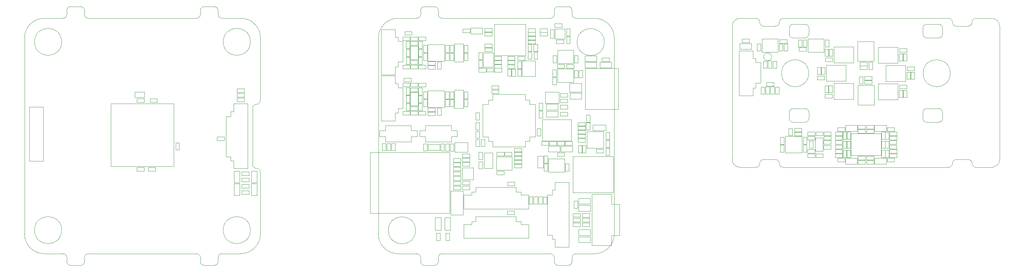
<source format=gbr>
%TF.GenerationSoftware,KiCad,Pcbnew,7.0.2*%
%TF.CreationDate,2023-05-26T09:26:57+02:00*%
%TF.ProjectId,kleinvoet,6b6c6569-6e76-46f6-9574-2e6b69636164,C*%
%TF.SameCoordinates,Original*%
%TF.FileFunction,Other,User*%
%FSLAX46Y46*%
G04 Gerber Fmt 4.6, Leading zero omitted, Abs format (unit mm)*
G04 Created by KiCad (PCBNEW 7.0.2) date 2023-05-26 09:26:57*
%MOMM*%
%LPD*%
G01*
G04 APERTURE LIST*
%ADD10C,0.050000*%
%ADD11C,0.120000*%
%TA.AperFunction,Profile*%
%ADD12C,0.050000*%
%TD*%
G04 APERTURE END LIST*
D10*
%TO.C,C502*%
X120190000Y-43940000D02*
X122010000Y-43940000D01*
X120190000Y-44860000D02*
X120190000Y-43940000D01*
X122010000Y-43940000D02*
X122010000Y-44860000D01*
X122010000Y-44860000D02*
X120190000Y-44860000D01*
%TO.C,C501*%
X122010000Y-37660000D02*
X120190000Y-37660000D01*
X122010000Y-36740000D02*
X122010000Y-37660000D01*
X120190000Y-37660000D02*
X120190000Y-36740000D01*
X120190000Y-36740000D02*
X122010000Y-36740000D01*
%TO.C,C903*%
X169390000Y-65340000D02*
X171210000Y-65340000D01*
X169390000Y-66260000D02*
X169390000Y-65340000D01*
X171210000Y-65340000D02*
X171210000Y-66260000D01*
X171210000Y-66260000D02*
X169390000Y-66260000D01*
%TO.C,C904*%
X166610000Y-59460000D02*
X164790000Y-59460000D01*
X166610000Y-58540000D02*
X166610000Y-59460000D01*
X164790000Y-59460000D02*
X164790000Y-58540000D01*
X164790000Y-58540000D02*
X166610000Y-58540000D01*
%TO.C,R905*%
X167737800Y-85070000D02*
X165877800Y-85070000D01*
X167737800Y-84130000D02*
X167737800Y-85070000D01*
X165877800Y-85070000D02*
X165877800Y-84130000D01*
X165877800Y-84130000D02*
X167737800Y-84130000D01*
%TO.C,D901*%
X167887800Y-87330000D02*
X164927800Y-87330000D01*
X167887800Y-85870000D02*
X167887800Y-87330000D01*
X164927800Y-87330000D02*
X164927800Y-85870000D01*
X164927800Y-85870000D02*
X167887800Y-85870000D01*
%TO.C,D902*%
X167887800Y-89130000D02*
X164927800Y-89130000D01*
X167887800Y-87670000D02*
X167887800Y-89130000D01*
X164927800Y-89130000D02*
X164927800Y-87670000D01*
X164927800Y-87670000D02*
X167887800Y-87670000D01*
%TO.C,R908*%
X163477800Y-84130000D02*
X165337800Y-84130000D01*
X163477800Y-85070000D02*
X163477800Y-84130000D01*
X165337800Y-84130000D02*
X165337800Y-85070000D01*
X165337800Y-85070000D02*
X163477800Y-85070000D01*
D11*
%TO.C,Y101*%
X144012400Y-67300000D02*
X144012400Y-70700000D01*
X144012400Y-67300000D02*
X148012400Y-67300000D01*
X148012400Y-67300000D02*
X148012400Y-70700000D01*
X148012400Y-70700000D02*
X144012400Y-70700000D01*
D10*
%TO.C,SW101*%
X123825000Y-62150000D02*
X122375000Y-62150000D01*
X123825000Y-60650000D02*
X123825000Y-62150000D01*
X122375000Y-63500000D02*
X115775000Y-63500000D01*
X122375000Y-62150000D02*
X122375000Y-63500000D01*
X122375000Y-60650000D02*
X123825000Y-60650000D01*
X122375000Y-59300000D02*
X122375000Y-60650000D01*
X115775000Y-63500000D02*
X115775000Y-62150000D01*
X115775000Y-62150000D02*
X114325000Y-62150000D01*
X115775000Y-60650000D02*
X115775000Y-59300000D01*
X115775000Y-59300000D02*
X122375000Y-59300000D01*
X114325000Y-62150000D02*
X114325000Y-60650000D01*
X114325000Y-60650000D02*
X115775000Y-60650000D01*
%TO.C,R209*%
X162720000Y-51070000D02*
X165680000Y-51070000D01*
X162720000Y-52530000D02*
X162720000Y-51070000D01*
X165680000Y-51070000D02*
X165680000Y-52530000D01*
X165680000Y-52530000D02*
X162720000Y-52530000D01*
%TO.C,CB401*%
X149440000Y-46760000D02*
X149440000Y-44940000D01*
X150360000Y-46760000D02*
X149440000Y-46760000D01*
X149440000Y-44940000D02*
X150360000Y-44940000D01*
X150360000Y-44940000D02*
X150360000Y-46760000D01*
%TO.C,C101*%
X155760000Y-55590000D02*
X155760000Y-57410000D01*
X154840000Y-55590000D02*
X155760000Y-55590000D01*
X155760000Y-57410000D02*
X154840000Y-57410000D01*
X154840000Y-57410000D02*
X154840000Y-55590000D01*
%TO.C,C103*%
X139660000Y-62890000D02*
X139660000Y-64710000D01*
X138740000Y-62890000D02*
X139660000Y-62890000D01*
X139660000Y-64710000D02*
X138740000Y-64710000D01*
X138740000Y-64710000D02*
X138740000Y-62890000D01*
%TO.C,C104*%
X147910000Y-67060000D02*
X146090000Y-67060000D01*
X147910000Y-66140000D02*
X147910000Y-67060000D01*
X146090000Y-67060000D02*
X146090000Y-66140000D01*
X146090000Y-66140000D02*
X147910000Y-66140000D01*
%TO.C,C105*%
X139552400Y-70360000D02*
X139552400Y-68540000D01*
X140472400Y-70360000D02*
X139552400Y-70360000D01*
X139552400Y-68540000D02*
X140472400Y-68540000D01*
X140472400Y-68540000D02*
X140472400Y-70360000D01*
%TO.C,C106*%
X140472400Y-66140000D02*
X140472400Y-67960000D01*
X139552400Y-66140000D02*
X140472400Y-66140000D01*
X140472400Y-67960000D02*
X139552400Y-67960000D01*
X139552400Y-67960000D02*
X139552400Y-66140000D01*
%TO.C,C403*%
X146890000Y-42740000D02*
X148710000Y-42740000D01*
X146890000Y-43660000D02*
X146890000Y-42740000D01*
X148710000Y-42740000D02*
X148710000Y-43660000D01*
X148710000Y-43660000D02*
X146890000Y-43660000D01*
%TO.C,CB102*%
X125440000Y-65810000D02*
X125440000Y-63990000D01*
X126360000Y-65810000D02*
X125440000Y-65810000D01*
X125440000Y-63990000D02*
X126360000Y-63990000D01*
X126360000Y-63990000D02*
X126360000Y-65810000D01*
%TO.C,CB101*%
X155760000Y-53590000D02*
X155760000Y-55410000D01*
X154840000Y-53590000D02*
X155760000Y-53590000D01*
X155760000Y-55410000D02*
X154840000Y-55410000D01*
X154840000Y-55410000D02*
X154840000Y-53590000D01*
%TO.C,CB103*%
X138752400Y-62560000D02*
X138752400Y-60740000D01*
X139672400Y-62560000D02*
X138752400Y-62560000D01*
X138752400Y-60740000D02*
X139672400Y-60740000D01*
X139672400Y-60740000D02*
X139672400Y-62560000D01*
%TO.C,CB104*%
X155260000Y-60140000D02*
X155260000Y-61960000D01*
X154340000Y-60140000D02*
X155260000Y-60140000D01*
X155260000Y-61960000D02*
X154340000Y-61960000D01*
X154340000Y-61960000D02*
X154340000Y-60140000D01*
%TO.C,CB105*%
X142790000Y-50240000D02*
X144610000Y-50240000D01*
X142790000Y-51160000D02*
X142790000Y-50240000D01*
X144610000Y-50240000D02*
X144610000Y-51160000D01*
X144610000Y-51160000D02*
X142790000Y-51160000D01*
%TO.C,CB106*%
X141060000Y-62890000D02*
X141060000Y-64710000D01*
X140140000Y-62890000D02*
X141060000Y-62890000D01*
X141060000Y-64710000D02*
X140140000Y-64710000D01*
X140140000Y-64710000D02*
X140140000Y-62890000D01*
%TO.C,CB107*%
X130760000Y-63990000D02*
X130760000Y-65810000D01*
X129840000Y-63990000D02*
X130760000Y-63990000D01*
X130760000Y-65810000D02*
X129840000Y-65810000D01*
X129840000Y-65810000D02*
X129840000Y-63990000D01*
%TO.C,R208*%
X166520000Y-43170000D02*
X169480000Y-43170000D01*
X166520000Y-44630000D02*
X166520000Y-43170000D01*
X169480000Y-43170000D02*
X169480000Y-44630000D01*
X169480000Y-44630000D02*
X166520000Y-44630000D01*
D11*
%TO.C,Y102*%
X140912400Y-70250000D02*
X143112400Y-70250000D01*
X140912400Y-70250000D02*
X140912400Y-66250000D01*
X140912400Y-66250000D02*
X143112400Y-66250000D01*
X143112400Y-66250000D02*
X143112400Y-70250000D01*
D10*
%TO.C,H201*%
X171450000Y-38050000D02*
G75*
G03*
X171450000Y-38050000I-3450000J0D01*
G01*
%TO.C,R106*%
X145930000Y-67070000D02*
X144070000Y-67070000D01*
X145930000Y-66130000D02*
X145930000Y-67070000D01*
X144070000Y-67070000D02*
X144070000Y-66130000D01*
X144070000Y-66130000D02*
X145930000Y-66130000D01*
%TO.C,R101*%
X139682400Y-58570000D02*
X139682400Y-60430000D01*
X138742400Y-58570000D02*
X139682400Y-58570000D01*
X139682400Y-60430000D02*
X138742400Y-60430000D01*
X138742400Y-60430000D02*
X138742400Y-58570000D01*
%TO.C,H202*%
X123450000Y-86050000D02*
G75*
G03*
X123450000Y-86050000I-3450000J0D01*
G01*
%TO.C,SW102*%
X124525000Y-60650000D02*
X125975000Y-60650000D01*
X124525000Y-62150000D02*
X124525000Y-60650000D01*
X125975000Y-59300000D02*
X132575000Y-59300000D01*
X125975000Y-60650000D02*
X125975000Y-59300000D01*
X125975000Y-62150000D02*
X124525000Y-62150000D01*
X125975000Y-63500000D02*
X125975000Y-62150000D01*
X132575000Y-59300000D02*
X132575000Y-60650000D01*
X132575000Y-60650000D02*
X134025000Y-60650000D01*
X132575000Y-62150000D02*
X132575000Y-63500000D01*
X132575000Y-63500000D02*
X125975000Y-63500000D01*
X134025000Y-60650000D02*
X134025000Y-62150000D01*
X134025000Y-62150000D02*
X132575000Y-62150000D01*
%TO.C,U903*%
X163650000Y-43500000D02*
X163650000Y-40100000D01*
X163650000Y-40100000D02*
X159550000Y-40100000D01*
X159550000Y-43500000D02*
X163650000Y-43500000D01*
X159550000Y-40100000D02*
X159550000Y-43500000D01*
%TO.C,F901*%
X168550000Y-59170000D02*
X171850000Y-59170000D01*
X168550000Y-60630000D02*
X168550000Y-59170000D01*
X171850000Y-59170000D02*
X171850000Y-60630000D01*
X171850000Y-60630000D02*
X168550000Y-60630000D01*
%TO.C,J201*%
X163500000Y-76400000D02*
X173700000Y-76400000D01*
X173700000Y-76400000D02*
X173700000Y-67200000D01*
X163500000Y-67200000D02*
X163500000Y-76400000D01*
X173700000Y-67200000D02*
X163500000Y-67200000D01*
%TO.C,C910*%
X158402500Y-43310000D02*
X158402500Y-41490000D01*
X159322500Y-43310000D02*
X158402500Y-43310000D01*
X158402500Y-41490000D02*
X159322500Y-41490000D01*
X159322500Y-41490000D02*
X159322500Y-43310000D01*
%TO.C,U201*%
X162675000Y-48600000D02*
X162675000Y-50800000D01*
X162675000Y-48600000D02*
X165675000Y-48600000D01*
X165675000Y-50800000D02*
X162675000Y-50800000D01*
X165675000Y-50800000D02*
X165675000Y-48600000D01*
%TO.C,D103*%
X156720000Y-53870000D02*
X159680000Y-53870000D01*
X156720000Y-55330000D02*
X156720000Y-53870000D01*
X159680000Y-53870000D02*
X159680000Y-55330000D01*
X159680000Y-55330000D02*
X156720000Y-55330000D01*
%TO.C,R105*%
X160270000Y-54130000D02*
X162130000Y-54130000D01*
X160270000Y-55070000D02*
X160270000Y-54130000D01*
X162130000Y-54130000D02*
X162130000Y-55070000D01*
X162130000Y-55070000D02*
X160270000Y-55070000D01*
%TO.C,C102*%
X144102400Y-70940000D02*
X145922400Y-70940000D01*
X144102400Y-71860000D02*
X144102400Y-70940000D01*
X145922400Y-70940000D02*
X145922400Y-71860000D01*
X145922400Y-71860000D02*
X144102400Y-71860000D01*
%TO.C,U801*%
X126580000Y-50480000D02*
X126580000Y-54720000D01*
X126580000Y-54720000D02*
X130820000Y-54720000D01*
X130820000Y-50480000D02*
X126580000Y-50480000D01*
X130820000Y-54720000D02*
X130820000Y-50480000D01*
%TO.C,U701*%
X126580000Y-38680000D02*
X126580000Y-42920000D01*
X126580000Y-42920000D02*
X130820000Y-42920000D01*
X130820000Y-38680000D02*
X126580000Y-38680000D01*
X130820000Y-42920000D02*
X130820000Y-38680000D01*
%TO.C,C401*%
X142910000Y-36460000D02*
X141090000Y-36460000D01*
X142910000Y-35540000D02*
X142910000Y-36460000D01*
X141090000Y-36460000D02*
X141090000Y-35540000D01*
X141090000Y-35540000D02*
X142910000Y-35540000D01*
%TO.C,C402*%
X142910000Y-39460000D02*
X141090000Y-39460000D01*
X142910000Y-38540000D02*
X142910000Y-39460000D01*
X141090000Y-39460000D02*
X141090000Y-38540000D01*
X141090000Y-38540000D02*
X142910000Y-38540000D01*
%TO.C,C405*%
X142910000Y-35460000D02*
X141090000Y-35460000D01*
X142910000Y-34540000D02*
X142910000Y-35460000D01*
X141090000Y-35460000D02*
X141090000Y-34540000D01*
X141090000Y-34540000D02*
X142910000Y-34540000D01*
%TO.C,C406*%
X142910000Y-40460000D02*
X141090000Y-40460000D01*
X142910000Y-39540000D02*
X142910000Y-40460000D01*
X141090000Y-40460000D02*
X141090000Y-39540000D01*
X141090000Y-39540000D02*
X142910000Y-39540000D01*
%TO.C,C407*%
X146890000Y-41740000D02*
X148710000Y-41740000D01*
X146890000Y-42660000D02*
X146890000Y-41740000D01*
X148710000Y-41740000D02*
X148710000Y-42660000D01*
X148710000Y-42660000D02*
X146890000Y-42660000D01*
%TO.C,C409*%
X145310000Y-43660000D02*
X143490000Y-43660000D01*
X145310000Y-42740000D02*
X145310000Y-43660000D01*
X143490000Y-43660000D02*
X143490000Y-42740000D01*
X143490000Y-42740000D02*
X145310000Y-42740000D01*
%TO.C,C410*%
X145310000Y-42660000D02*
X143490000Y-42660000D01*
X145310000Y-41740000D02*
X145310000Y-42660000D01*
X143490000Y-42660000D02*
X143490000Y-41740000D01*
X143490000Y-41740000D02*
X145310000Y-41740000D01*
%TO.C,C411*%
X153000000Y-40580000D02*
X153000000Y-42400000D01*
X152080000Y-40580000D02*
X153000000Y-40580000D01*
X153000000Y-42400000D02*
X152080000Y-42400000D01*
X152080000Y-42400000D02*
X152080000Y-40580000D01*
%TO.C,C412*%
X154460000Y-40580000D02*
X154460000Y-42400000D01*
X153540000Y-40580000D02*
X154460000Y-40580000D01*
X154460000Y-42400000D02*
X153540000Y-42400000D01*
X153540000Y-42400000D02*
X153540000Y-40580000D01*
%TO.C,C413*%
X147810000Y-44940000D02*
X147810000Y-46760000D01*
X146890000Y-44940000D02*
X147810000Y-44940000D01*
X147810000Y-46760000D02*
X146890000Y-46760000D01*
X146890000Y-46760000D02*
X146890000Y-44940000D01*
%TO.C,C414*%
X146890000Y-43840000D02*
X148710000Y-43840000D01*
X146890000Y-44760000D02*
X146890000Y-43840000D01*
X148710000Y-43840000D02*
X148710000Y-44760000D01*
X148710000Y-44760000D02*
X146890000Y-44760000D01*
%TO.C,C701*%
X124010000Y-44860000D02*
X122190000Y-44860000D01*
X124010000Y-43940000D02*
X124010000Y-44860000D01*
X122190000Y-44860000D02*
X122190000Y-43940000D01*
X122190000Y-43940000D02*
X124010000Y-43940000D01*
%TO.C,C702*%
X124010000Y-37660000D02*
X122190000Y-37660000D01*
X124010000Y-36740000D02*
X124010000Y-37660000D01*
X122190000Y-37660000D02*
X122190000Y-36740000D01*
X122190000Y-36740000D02*
X124010000Y-36740000D01*
%TO.C,C703*%
X124080000Y-39100000D02*
X124080000Y-42500000D01*
X122120000Y-39100000D02*
X124080000Y-39100000D01*
X124080000Y-42500000D02*
X122120000Y-42500000D01*
X122120000Y-42500000D02*
X122120000Y-39100000D01*
%TO.C,C706*%
X125440000Y-42710000D02*
X125440000Y-40890000D01*
X126360000Y-42710000D02*
X125440000Y-42710000D01*
X125440000Y-40890000D02*
X126360000Y-40890000D01*
X126360000Y-40890000D02*
X126360000Y-42710000D01*
%TO.C,C707*%
X126360000Y-38890000D02*
X126360000Y-40710000D01*
X125440000Y-38890000D02*
X126360000Y-38890000D01*
X126360000Y-40710000D02*
X125440000Y-40710000D01*
X125440000Y-40710000D02*
X125440000Y-38890000D01*
%TO.C,C708*%
X126590000Y-43040000D02*
X128410000Y-43040000D01*
X126590000Y-43960000D02*
X126590000Y-43040000D01*
X128410000Y-43040000D02*
X128410000Y-43960000D01*
X128410000Y-43960000D02*
X126590000Y-43960000D01*
%TO.C,C709*%
X135840000Y-42710000D02*
X135840000Y-40890000D01*
X136760000Y-42710000D02*
X135840000Y-42710000D01*
X135840000Y-40890000D02*
X136760000Y-40890000D01*
X136760000Y-40890000D02*
X136760000Y-42710000D01*
%TO.C,C710*%
X133350000Y-43100000D02*
X133350000Y-38500000D01*
X135650000Y-43100000D02*
X133350000Y-43100000D01*
X133350000Y-38500000D02*
X135650000Y-38500000D01*
X135650000Y-38500000D02*
X135650000Y-43100000D01*
%TO.C,C711*%
X135840000Y-40710000D02*
X135840000Y-38890000D01*
X136760000Y-40710000D02*
X135840000Y-40710000D01*
X135840000Y-38890000D02*
X136760000Y-38890000D01*
X136760000Y-38890000D02*
X136760000Y-40710000D01*
%TO.C,C801*%
X124010000Y-56660000D02*
X122190000Y-56660000D01*
X124010000Y-55740000D02*
X124010000Y-56660000D01*
X122190000Y-56660000D02*
X122190000Y-55740000D01*
X122190000Y-55740000D02*
X124010000Y-55740000D01*
%TO.C,C802*%
X124010000Y-49460000D02*
X122190000Y-49460000D01*
X124010000Y-48540000D02*
X124010000Y-49460000D01*
X122190000Y-49460000D02*
X122190000Y-48540000D01*
X122190000Y-48540000D02*
X124010000Y-48540000D01*
%TO.C,C803*%
X124080000Y-50900000D02*
X124080000Y-54300000D01*
X122120000Y-50900000D02*
X124080000Y-50900000D01*
X124080000Y-54300000D02*
X122120000Y-54300000D01*
X122120000Y-54300000D02*
X122120000Y-50900000D01*
%TO.C,C806*%
X125440000Y-54510000D02*
X125440000Y-52690000D01*
X126360000Y-54510000D02*
X125440000Y-54510000D01*
X125440000Y-52690000D02*
X126360000Y-52690000D01*
X126360000Y-52690000D02*
X126360000Y-54510000D01*
%TO.C,C807*%
X126360000Y-50690000D02*
X126360000Y-52510000D01*
X125440000Y-50690000D02*
X126360000Y-50690000D01*
X126360000Y-52510000D02*
X125440000Y-52510000D01*
X125440000Y-52510000D02*
X125440000Y-50690000D01*
%TO.C,C808*%
X126590000Y-54840000D02*
X128410000Y-54840000D01*
X126590000Y-55760000D02*
X126590000Y-54840000D01*
X128410000Y-54840000D02*
X128410000Y-55760000D01*
X128410000Y-55760000D02*
X126590000Y-55760000D01*
%TO.C,C809*%
X135840000Y-54510000D02*
X135840000Y-52690000D01*
X136760000Y-54510000D02*
X135840000Y-54510000D01*
X135840000Y-52690000D02*
X136760000Y-52690000D01*
X136760000Y-52690000D02*
X136760000Y-54510000D01*
%TO.C,C810*%
X133350000Y-54900000D02*
X133350000Y-50300000D01*
X135650000Y-54900000D02*
X133350000Y-54900000D01*
X133350000Y-50300000D02*
X135650000Y-50300000D01*
X135650000Y-50300000D02*
X135650000Y-54900000D01*
%TO.C,C811*%
X135840000Y-52510000D02*
X135840000Y-50690000D01*
X136760000Y-52510000D02*
X135840000Y-52510000D01*
X135840000Y-50690000D02*
X136760000Y-50690000D01*
X136760000Y-50690000D02*
X136760000Y-52510000D01*
%TO.C,D101*%
X132330000Y-82750000D02*
X132330000Y-86050000D01*
X130870000Y-82750000D02*
X132330000Y-82750000D01*
X132330000Y-86050000D02*
X130870000Y-86050000D01*
X130870000Y-86050000D02*
X130870000Y-82750000D01*
%TO.C,D102*%
X129930000Y-82750000D02*
X129930000Y-86050000D01*
X128470000Y-82750000D02*
X129930000Y-82750000D01*
X129930000Y-86050000D02*
X128470000Y-86050000D01*
X128470000Y-86050000D02*
X128470000Y-82750000D01*
%TO.C,D104*%
X156720000Y-55670000D02*
X159680000Y-55670000D01*
X156720000Y-57130000D02*
X156720000Y-55670000D01*
X159680000Y-55670000D02*
X159680000Y-57130000D01*
X159680000Y-57130000D02*
X156720000Y-57130000D01*
%TO.C,R102*%
X131130000Y-88645000D02*
X131130000Y-86785000D01*
X132070000Y-88645000D02*
X131130000Y-88645000D01*
X131130000Y-86785000D02*
X132070000Y-86785000D01*
X132070000Y-86785000D02*
X132070000Y-88645000D01*
%TO.C,R103*%
X128730000Y-88645000D02*
X128730000Y-86785000D01*
X129670000Y-88645000D02*
X128730000Y-88645000D01*
X128730000Y-86785000D02*
X129670000Y-86785000D01*
X129670000Y-86785000D02*
X129670000Y-88645000D01*
%TO.C,R107*%
X160270000Y-55930000D02*
X162130000Y-55930000D01*
X160270000Y-56870000D02*
X160270000Y-55930000D01*
X162130000Y-55930000D02*
X162130000Y-56870000D01*
X162130000Y-56870000D02*
X160270000Y-56870000D01*
%TO.C,R404*%
X150370000Y-42970000D02*
X150370000Y-44830000D01*
X149430000Y-42970000D02*
X150370000Y-42970000D01*
X150370000Y-44830000D02*
X149430000Y-44830000D01*
X149430000Y-44830000D02*
X149430000Y-42970000D01*
%TO.C,R407*%
X155070000Y-35580000D02*
X156930000Y-35580000D01*
X155070000Y-36520000D02*
X155070000Y-35580000D01*
X156930000Y-35580000D02*
X156930000Y-36520000D01*
X156930000Y-36520000D02*
X155070000Y-36520000D01*
%TO.C,R408*%
X155070000Y-34580000D02*
X156930000Y-34580000D01*
X155070000Y-35520000D02*
X155070000Y-34580000D01*
X156930000Y-34580000D02*
X156930000Y-35520000D01*
X156930000Y-35520000D02*
X155070000Y-35520000D01*
%TO.C,R414*%
X147930000Y-46780000D02*
X147930000Y-44920000D01*
X148870000Y-46780000D02*
X147930000Y-46780000D01*
X147930000Y-44920000D02*
X148870000Y-44920000D01*
X148870000Y-44920000D02*
X148870000Y-46780000D01*
%TO.C,R701*%
X124030000Y-43670000D02*
X122170000Y-43670000D01*
X124030000Y-42730000D02*
X124030000Y-43670000D01*
X122170000Y-43670000D02*
X122170000Y-42730000D01*
X122170000Y-42730000D02*
X124030000Y-42730000D01*
%TO.C,R702*%
X124030000Y-38870000D02*
X122170000Y-38870000D01*
X124030000Y-37930000D02*
X124030000Y-38870000D01*
X122170000Y-38870000D02*
X122170000Y-37930000D01*
X122170000Y-37930000D02*
X124030000Y-37930000D01*
%TO.C,R703*%
X125170000Y-41870000D02*
X125170000Y-43730000D01*
X124230000Y-41870000D02*
X125170000Y-41870000D01*
X125170000Y-43730000D02*
X124230000Y-43730000D01*
X124230000Y-43730000D02*
X124230000Y-41870000D01*
%TO.C,R704*%
X124230000Y-39730000D02*
X124230000Y-37870000D01*
X125170000Y-39730000D02*
X124230000Y-39730000D01*
X124230000Y-37870000D02*
X125170000Y-37870000D01*
X125170000Y-37870000D02*
X125170000Y-39730000D01*
%TO.C,R705*%
X126030000Y-44870000D02*
X124170000Y-44870000D01*
X126030000Y-43930000D02*
X126030000Y-44870000D01*
X124170000Y-44870000D02*
X124170000Y-43930000D01*
X124170000Y-43930000D02*
X126030000Y-43930000D01*
%TO.C,R706*%
X126030000Y-37670000D02*
X124170000Y-37670000D01*
X126030000Y-36730000D02*
X126030000Y-37670000D01*
X124170000Y-37670000D02*
X124170000Y-36730000D01*
X124170000Y-36730000D02*
X126030000Y-36730000D01*
%TO.C,R709*%
X133170000Y-40870000D02*
X133170000Y-42730000D01*
X132230000Y-40870000D02*
X133170000Y-40870000D01*
X133170000Y-42730000D02*
X132230000Y-42730000D01*
X132230000Y-42730000D02*
X132230000Y-40870000D01*
%TO.C,R710*%
X132230000Y-40730000D02*
X132230000Y-38870000D01*
X133170000Y-40730000D02*
X132230000Y-40730000D01*
X132230000Y-38870000D02*
X133170000Y-38870000D01*
X133170000Y-38870000D02*
X133170000Y-40730000D01*
%TO.C,R801*%
X124030000Y-55470000D02*
X122170000Y-55470000D01*
X124030000Y-54530000D02*
X124030000Y-55470000D01*
X122170000Y-55470000D02*
X122170000Y-54530000D01*
X122170000Y-54530000D02*
X124030000Y-54530000D01*
%TO.C,R802*%
X124030000Y-50670000D02*
X122170000Y-50670000D01*
X124030000Y-49730000D02*
X124030000Y-50670000D01*
X122170000Y-50670000D02*
X122170000Y-49730000D01*
X122170000Y-49730000D02*
X124030000Y-49730000D01*
%TO.C,R803*%
X125170000Y-53670000D02*
X125170000Y-55530000D01*
X124230000Y-53670000D02*
X125170000Y-53670000D01*
X125170000Y-55530000D02*
X124230000Y-55530000D01*
X124230000Y-55530000D02*
X124230000Y-53670000D01*
%TO.C,R804*%
X124230000Y-51530000D02*
X124230000Y-49670000D01*
X125170000Y-51530000D02*
X124230000Y-51530000D01*
X124230000Y-49670000D02*
X125170000Y-49670000D01*
X125170000Y-49670000D02*
X125170000Y-51530000D01*
%TO.C,R805*%
X126030000Y-56670000D02*
X124170000Y-56670000D01*
X126030000Y-55730000D02*
X126030000Y-56670000D01*
X124170000Y-56670000D02*
X124170000Y-55730000D01*
X124170000Y-55730000D02*
X126030000Y-55730000D01*
%TO.C,R806*%
X126030000Y-49470000D02*
X124170000Y-49470000D01*
X126030000Y-48530000D02*
X126030000Y-49470000D01*
X124170000Y-49470000D02*
X124170000Y-48530000D01*
X124170000Y-48530000D02*
X126030000Y-48530000D01*
%TO.C,R809*%
X133170000Y-52670000D02*
X133170000Y-54530000D01*
X132230000Y-52670000D02*
X133170000Y-52670000D01*
X133170000Y-54530000D02*
X132230000Y-54530000D01*
X132230000Y-54530000D02*
X132230000Y-52670000D01*
%TO.C,R810*%
X132230000Y-52530000D02*
X132230000Y-50670000D01*
X133170000Y-52530000D02*
X132230000Y-52530000D01*
X132230000Y-50670000D02*
X133170000Y-50670000D01*
X133170000Y-50670000D02*
X133170000Y-52530000D01*
D11*
%TO.C,X401*%
X153950000Y-42850000D02*
X153950000Y-46850000D01*
X150550000Y-42850000D02*
X153950000Y-42850000D01*
X153950000Y-46850000D02*
X150550000Y-46850000D01*
X150550000Y-46850000D02*
X150550000Y-42850000D01*
D10*
%TO.C,C408*%
X153010000Y-38590000D02*
X153010000Y-40410000D01*
X152090000Y-38590000D02*
X153010000Y-38590000D01*
X153010000Y-40410000D02*
X152090000Y-40410000D01*
X152090000Y-40410000D02*
X152090000Y-38590000D01*
%TO.C,U101*%
X143050000Y-64742200D02*
X147200000Y-64742200D01*
X151350000Y-64742200D02*
X147200000Y-64742200D01*
X141950000Y-63292200D02*
X143050000Y-63292200D01*
X143050000Y-63292200D02*
X143050000Y-64742200D01*
X151350000Y-63292200D02*
X151350000Y-64742200D01*
X152450000Y-63292200D02*
X151350000Y-63292200D01*
X140500000Y-62192200D02*
X141950000Y-62192200D01*
X141950000Y-62192200D02*
X141950000Y-63292200D01*
X152450000Y-62192200D02*
X152450000Y-63292200D01*
X153900000Y-62192200D02*
X152450000Y-62192200D01*
X140500000Y-58042200D02*
X140500000Y-62192200D01*
X140500000Y-58042200D02*
X140500000Y-53892200D01*
X153900000Y-58042200D02*
X153900000Y-62192200D01*
X153900000Y-58042200D02*
X153900000Y-53892200D01*
X140500000Y-53892200D02*
X141950000Y-53892200D01*
X141950000Y-53892200D02*
X141950000Y-52792200D01*
X152450000Y-53892200D02*
X152450000Y-52792200D01*
X153900000Y-53892200D02*
X152450000Y-53892200D01*
X141950000Y-52792200D02*
X143050000Y-52792200D01*
X143050000Y-52792200D02*
X143050000Y-51342200D01*
X151350000Y-52792200D02*
X151350000Y-51342200D01*
X152450000Y-52792200D02*
X151350000Y-52792200D01*
X143050000Y-51342200D02*
X147200000Y-51342200D01*
X151350000Y-51342200D02*
X147200000Y-51342200D01*
%TO.C,R205*%
X133070000Y-69930000D02*
X134930000Y-69930000D01*
X133070000Y-70870000D02*
X133070000Y-69930000D01*
X134930000Y-69930000D02*
X134930000Y-70870000D01*
X134930000Y-70870000D02*
X133070000Y-70870000D01*
D11*
%TO.C,U401*%
X143465000Y-41500000D02*
X151465000Y-41500000D01*
X151465000Y-41500000D02*
X151465000Y-33500000D01*
X143465000Y-33500000D02*
X143465000Y-41500000D01*
X151465000Y-33500000D02*
X143465000Y-33500000D01*
D10*
%TO.C,J206*%
X166600000Y-55150000D02*
X175000000Y-55150000D01*
X175000000Y-55150000D02*
X175000000Y-44750000D01*
X166600000Y-44750000D02*
X166600000Y-55150000D01*
X175000000Y-44750000D02*
X166600000Y-44750000D01*
%TO.C,J303*%
X25200000Y-54625000D02*
X25200000Y-68375000D01*
X25200000Y-68375000D02*
X28800000Y-68375000D01*
X28800000Y-54625000D02*
X25200000Y-54625000D01*
X28800000Y-68375000D02*
X28800000Y-54625000D01*
%TO.C,H301*%
X81450000Y-38000000D02*
G75*
G03*
X81450000Y-38000000I-3450000J0D01*
G01*
%TO.C,H303*%
X81450000Y-86000000D02*
G75*
G03*
X81450000Y-86000000I-3450000J0D01*
G01*
%TO.C,H304*%
X33450000Y-86000000D02*
G75*
G03*
X33450000Y-86000000I-3450000J0D01*
G01*
%TO.C,H302*%
X33450000Y-38000000D02*
G75*
G03*
X33450000Y-38000000I-3450000J0D01*
G01*
%TO.C,D304*%
X83130000Y-70932500D02*
X83130000Y-73892500D01*
X81670000Y-70932500D02*
X83130000Y-70932500D01*
X83130000Y-73892500D02*
X81670000Y-73892500D01*
X81670000Y-73892500D02*
X81670000Y-70932500D01*
%TO.C,C305*%
X54430000Y-53410000D02*
X52610000Y-53410000D01*
X54430000Y-52490000D02*
X54430000Y-53410000D01*
X52610000Y-53410000D02*
X52610000Y-52490000D01*
X52610000Y-52490000D02*
X54430000Y-52490000D01*
%TO.C,R305*%
X81130000Y-72070000D02*
X79270000Y-72070000D01*
X81130000Y-71130000D02*
X81130000Y-72070000D01*
X79270000Y-72070000D02*
X79270000Y-71130000D01*
X79270000Y-71130000D02*
X81130000Y-71130000D01*
%TO.C,C303*%
X55940000Y-52490000D02*
X57760000Y-52490000D01*
X55940000Y-53410000D02*
X55940000Y-52490000D01*
X57760000Y-52490000D02*
X57760000Y-53410000D01*
X57760000Y-53410000D02*
X55940000Y-53410000D01*
%TO.C,D305*%
X78730000Y-70920000D02*
X78730000Y-73880000D01*
X77270000Y-70920000D02*
X78730000Y-70920000D01*
X78730000Y-73880000D02*
X77270000Y-73880000D01*
X77270000Y-73880000D02*
X77270000Y-70920000D01*
%TO.C,C304*%
X63360000Y-63715000D02*
X63360000Y-65535000D01*
X62440000Y-63715000D02*
X63360000Y-63715000D01*
X63360000Y-65535000D02*
X62440000Y-65535000D01*
X62440000Y-65535000D02*
X62440000Y-63715000D01*
%TO.C,R304*%
X79270000Y-72730000D02*
X81130000Y-72730000D01*
X79270000Y-73670000D02*
X79270000Y-72730000D01*
X81130000Y-72730000D02*
X81130000Y-73670000D01*
X81130000Y-73670000D02*
X79270000Y-73670000D01*
%TO.C,J601*%
X118250000Y-46650000D02*
X118250000Y-48650000D01*
X114750000Y-46650000D02*
X118250000Y-46650000D01*
X119000000Y-48650000D02*
X118250000Y-48650000D01*
X120250000Y-49650000D02*
X119000000Y-49650000D01*
X120250000Y-49650000D02*
X120250000Y-54900000D01*
X119000000Y-49650000D02*
X119000000Y-48650000D01*
X119000000Y-54900000D02*
X120250000Y-54900000D01*
X119000000Y-56150000D02*
X119000000Y-54900000D01*
X118250000Y-56150000D02*
X119000000Y-56150000D01*
X118250000Y-58150000D02*
X118250000Y-56150000D01*
X114750000Y-58150000D02*
X114750000Y-46650000D01*
X114750000Y-58150000D02*
X118250000Y-58150000D01*
%TO.C,C804*%
X125160000Y-51690000D02*
X125160000Y-53510000D01*
X124240000Y-51690000D02*
X125160000Y-51690000D01*
X125160000Y-53510000D02*
X124240000Y-53510000D01*
X124240000Y-53510000D02*
X124240000Y-51690000D01*
%TO.C,CB1403*%
X228510000Y-39840000D02*
X228510000Y-41660000D01*
X227590000Y-39840000D02*
X228510000Y-39840000D01*
X228510000Y-41660000D02*
X227590000Y-41660000D01*
X227590000Y-41660000D02*
X227590000Y-39840000D01*
%TO.C,R1402*%
X137230000Y-67470000D02*
X135370000Y-67470000D01*
X137230000Y-66530000D02*
X137230000Y-67470000D01*
X135370000Y-67470000D02*
X135370000Y-66530000D01*
X135370000Y-66530000D02*
X137230000Y-66530000D01*
%TO.C,R1628*%
X237810000Y-68070000D02*
X235950000Y-68070000D01*
X237810000Y-67130000D02*
X237810000Y-68070000D01*
X235950000Y-68070000D02*
X235950000Y-67130000D01*
X235950000Y-67130000D02*
X237810000Y-67130000D01*
%TO.C,R1607*%
X217170000Y-62270000D02*
X217170000Y-64130000D01*
X216230000Y-62270000D02*
X217170000Y-62270000D01*
X217170000Y-64130000D02*
X216230000Y-64130000D01*
X216230000Y-64130000D02*
X216230000Y-62270000D01*
%TO.C,R1605*%
X223170000Y-60930000D02*
X225030000Y-60930000D01*
X223170000Y-61870000D02*
X223170000Y-60930000D01*
X225030000Y-60930000D02*
X225030000Y-61870000D01*
X225030000Y-61870000D02*
X223170000Y-61870000D01*
%TO.C,R1514*%
X242870000Y-65570000D02*
X242870000Y-67430000D01*
X241930000Y-65570000D02*
X242870000Y-65570000D01*
X242870000Y-67430000D02*
X241930000Y-67430000D01*
X241930000Y-67430000D02*
X241930000Y-65570000D01*
%TO.C,R409*%
X153930000Y-37520000D02*
X152070000Y-37520000D01*
X153930000Y-36580000D02*
X153930000Y-37520000D01*
X152070000Y-37520000D02*
X152070000Y-36580000D01*
X152070000Y-36580000D02*
X153930000Y-36580000D01*
%TO.C,CB1404*%
X248440000Y-47510000D02*
X248440000Y-45690000D01*
X249360000Y-47510000D02*
X248440000Y-47510000D01*
X248440000Y-45690000D02*
X249360000Y-45690000D01*
X249360000Y-45690000D02*
X249360000Y-47510000D01*
%TO.C,R206*%
X126620000Y-64170000D02*
X129580000Y-64170000D01*
X126620000Y-65630000D02*
X126620000Y-64170000D01*
X129580000Y-64170000D02*
X129580000Y-65630000D01*
X129580000Y-65630000D02*
X126620000Y-65630000D01*
%TO.C,R303*%
X81130000Y-76870000D02*
X79270000Y-76870000D01*
X81130000Y-75930000D02*
X81130000Y-76870000D01*
X79270000Y-76870000D02*
X79270000Y-75930000D01*
X79270000Y-75930000D02*
X81130000Y-75930000D01*
%TO.C,FB102*%
X153530000Y-79330000D02*
X153530000Y-77470000D01*
X154470000Y-79330000D02*
X153530000Y-79330000D01*
X153530000Y-77470000D02*
X154470000Y-77470000D01*
X154470000Y-77470000D02*
X154470000Y-79330000D01*
%TO.C,C1505*%
X249440000Y-47510000D02*
X249440000Y-45690000D01*
X250360000Y-47510000D02*
X249440000Y-47510000D01*
X249440000Y-45690000D02*
X250360000Y-45690000D01*
X250360000Y-45690000D02*
X250360000Y-47510000D01*
%TO.C,CB903*%
X165310000Y-83860000D02*
X163490000Y-83860000D01*
X165310000Y-82940000D02*
X165310000Y-83860000D01*
X163490000Y-83860000D02*
X163490000Y-82940000D01*
X163490000Y-82940000D02*
X165310000Y-82940000D01*
%TO.C,R201*%
X133070000Y-74730000D02*
X134930000Y-74730000D01*
X133070000Y-75670000D02*
X133070000Y-74730000D01*
X134930000Y-74730000D02*
X134930000Y-75670000D01*
X134930000Y-75670000D02*
X133070000Y-75670000D01*
%TO.C,CB1607*%
X230190000Y-64340000D02*
X232010000Y-64340000D01*
X230190000Y-65260000D02*
X230190000Y-64340000D01*
X232010000Y-64340000D02*
X232010000Y-65260000D01*
X232010000Y-65260000D02*
X230190000Y-65260000D01*
%TO.C,C306*%
X156860000Y-77510000D02*
X156860000Y-79330000D01*
X155940000Y-77510000D02*
X156860000Y-77510000D01*
X156860000Y-79330000D02*
X155940000Y-79330000D01*
X155940000Y-79330000D02*
X155940000Y-77510000D01*
%TO.C,CB907*%
X159490000Y-66240000D02*
X161310000Y-66240000D01*
X159490000Y-67160000D02*
X159490000Y-66240000D01*
X161310000Y-66240000D02*
X161310000Y-67160000D01*
X161310000Y-67160000D02*
X159490000Y-67160000D01*
%TO.C,U1401*%
X135390000Y-70060000D02*
X138210000Y-70060000D01*
X135390000Y-73140000D02*
X135390000Y-70060000D01*
X138210000Y-70060000D02*
X138210000Y-73140000D01*
X138210000Y-73140000D02*
X135390000Y-73140000D01*
%TO.C,C1608*%
X243200000Y-69180000D02*
X240200000Y-69180000D01*
X243200000Y-67620000D02*
X243200000Y-69180000D01*
X240200000Y-69180000D02*
X240200000Y-67620000D01*
X240200000Y-67620000D02*
X243200000Y-67620000D01*
%TO.C,R207*%
X138730000Y-57930000D02*
X138730000Y-56070000D01*
X139670000Y-57930000D02*
X138730000Y-57930000D01*
X138730000Y-56070000D02*
X139670000Y-56070000D01*
X139670000Y-56070000D02*
X139670000Y-57930000D01*
%TO.C,R204*%
X133070000Y-71130000D02*
X134930000Y-71130000D01*
X133070000Y-72070000D02*
X133070000Y-71130000D01*
X134930000Y-71130000D02*
X134930000Y-72070000D01*
X134930000Y-72070000D02*
X133070000Y-72070000D01*
%TO.C,C1606*%
X227110000Y-61860000D02*
X225290000Y-61860000D01*
X227110000Y-60940000D02*
X227110000Y-61860000D01*
X225290000Y-61860000D02*
X225290000Y-60940000D01*
X225290000Y-60940000D02*
X227110000Y-60940000D01*
%TO.C,CB1408*%
X236490000Y-43140000D02*
X238310000Y-43140000D01*
X236490000Y-44060000D02*
X236490000Y-43140000D01*
X238310000Y-43140000D02*
X238310000Y-44060000D01*
X238310000Y-44060000D02*
X236490000Y-44060000D01*
%TO.C,CB1401*%
X229460000Y-49140000D02*
X229460000Y-50960000D01*
X228540000Y-49140000D02*
X229460000Y-49140000D01*
X229460000Y-50960000D02*
X228540000Y-50960000D01*
X228540000Y-50960000D02*
X228540000Y-49140000D01*
%TO.C,R1618*%
X243970000Y-66530000D02*
X245830000Y-66530000D01*
X243970000Y-67470000D02*
X243970000Y-66530000D01*
X245830000Y-66530000D02*
X245830000Y-67470000D01*
X245830000Y-67470000D02*
X243970000Y-67470000D01*
%TO.C,C1602*%
X224570000Y-63270000D02*
X224570000Y-65130000D01*
X223630000Y-63270000D02*
X224570000Y-63270000D01*
X224570000Y-65130000D02*
X223630000Y-65130000D01*
X223630000Y-65130000D02*
X223630000Y-63270000D01*
%TO.C,CB904*%
X165310000Y-82660000D02*
X163490000Y-82660000D01*
X165310000Y-81740000D02*
X165310000Y-82660000D01*
X163490000Y-82660000D02*
X163490000Y-81740000D01*
X163490000Y-81740000D02*
X165310000Y-81740000D01*
%TO.C,J203*%
X132450000Y-76050000D02*
X132450000Y-82150000D01*
X132450000Y-82150000D02*
X135550000Y-82150000D01*
X135550000Y-76050000D02*
X132450000Y-76050000D01*
X135550000Y-82150000D02*
X135550000Y-76050000D01*
%TO.C,C909*%
X156140000Y-70910000D02*
X156140000Y-69090000D01*
X157060000Y-70910000D02*
X156140000Y-70910000D01*
X156140000Y-69090000D02*
X157060000Y-69090000D01*
X157060000Y-69090000D02*
X157060000Y-70910000D01*
%TO.C,C404*%
X141540000Y-44740000D02*
X143360000Y-44740000D01*
X141540000Y-45660000D02*
X141540000Y-44740000D01*
X143360000Y-44740000D02*
X143360000Y-45660000D01*
X143360000Y-45660000D02*
X141540000Y-45660000D01*
%TO.C,R402*%
X139530000Y-44530000D02*
X139530000Y-42670000D01*
X140470000Y-44530000D02*
X139530000Y-44530000D01*
X139530000Y-42670000D02*
X140470000Y-42670000D01*
X140470000Y-42670000D02*
X140470000Y-44530000D01*
%TO.C,D301*%
X54550000Y-52150000D02*
X52050000Y-52150000D01*
X54550000Y-50750000D02*
X54550000Y-52150000D01*
X52050000Y-52150000D02*
X52050000Y-50750000D01*
X52050000Y-50750000D02*
X54550000Y-50750000D01*
%TO.C,C202*%
X114940000Y-65710000D02*
X114940000Y-63890000D01*
X115860000Y-65710000D02*
X114940000Y-65710000D01*
X114940000Y-63890000D02*
X115860000Y-63890000D01*
X115860000Y-63890000D02*
X115860000Y-65710000D01*
%TO.C,C1503*%
X247490000Y-42860000D02*
X247490000Y-41040000D01*
X248410000Y-42860000D02*
X247490000Y-42860000D01*
X247490000Y-41040000D02*
X248410000Y-41040000D01*
X248410000Y-41040000D02*
X248410000Y-42860000D01*
%TO.C,CB1201*%
X162760000Y-36640000D02*
X162760000Y-38460000D01*
X161840000Y-36640000D02*
X162760000Y-36640000D01*
X162760000Y-38460000D02*
X161840000Y-38460000D01*
X161840000Y-38460000D02*
X161840000Y-36640000D01*
%TO.C,CB201*%
X134910000Y-68660000D02*
X133090000Y-68660000D01*
X134910000Y-67740000D02*
X134910000Y-68660000D01*
X133090000Y-68660000D02*
X133090000Y-67740000D01*
X133090000Y-67740000D02*
X134910000Y-67740000D01*
%TO.C,R916*%
X160180000Y-66030000D02*
X157220000Y-66030000D01*
X160180000Y-64570000D02*
X160180000Y-66030000D01*
X157220000Y-66030000D02*
X157220000Y-64570000D01*
X157220000Y-64570000D02*
X160180000Y-64570000D01*
%TO.C,R912*%
X171830000Y-62930000D02*
X171830000Y-61070000D01*
X172770000Y-62930000D02*
X171830000Y-62930000D01*
X171830000Y-61070000D02*
X172770000Y-61070000D01*
X172770000Y-61070000D02*
X172770000Y-62930000D01*
%TO.C,R906*%
X166630000Y-63570000D02*
X164770000Y-63570000D01*
X166630000Y-62630000D02*
X166630000Y-63570000D01*
X164770000Y-63570000D02*
X164770000Y-62630000D01*
X164770000Y-62630000D02*
X166630000Y-62630000D01*
%TO.C,R1609*%
X239670000Y-43170000D02*
X239670000Y-45030000D01*
X238730000Y-43170000D02*
X239670000Y-43170000D01*
X239670000Y-45030000D02*
X238730000Y-45030000D01*
X238730000Y-45030000D02*
X238730000Y-43170000D01*
%TO.C,R202*%
X133070000Y-73530000D02*
X134930000Y-73530000D01*
X133070000Y-74470000D02*
X133070000Y-73530000D01*
X134930000Y-73530000D02*
X134930000Y-74470000D01*
X134930000Y-74470000D02*
X133070000Y-74470000D01*
%TO.C,CB1202*%
X161110000Y-38410000D02*
X159290000Y-38410000D01*
X161110000Y-37490000D02*
X161110000Y-38410000D01*
X159290000Y-38410000D02*
X159290000Y-37490000D01*
X159290000Y-37490000D02*
X161110000Y-37490000D01*
%TO.C,C415*%
X143490000Y-43740000D02*
X145310000Y-43740000D01*
X143490000Y-44660000D02*
X143490000Y-43740000D01*
X145310000Y-43740000D02*
X145310000Y-44660000D01*
X145310000Y-44660000D02*
X143490000Y-44660000D01*
%TO.C,R1635*%
X230770000Y-59830000D02*
X232630000Y-59830000D01*
X230770000Y-60770000D02*
X230770000Y-59830000D01*
X232630000Y-59830000D02*
X232630000Y-60770000D01*
X232630000Y-60770000D02*
X230770000Y-60770000D01*
%TO.C,CB1406*%
X246490000Y-52160000D02*
X246490000Y-50340000D01*
X247410000Y-52160000D02*
X246490000Y-52160000D01*
X246490000Y-50340000D02*
X247410000Y-50340000D01*
X247410000Y-50340000D02*
X247410000Y-52160000D01*
D11*
%TO.C,MK1404*%
X235900000Y-42900000D02*
X235900000Y-37900000D01*
X240000000Y-42900000D02*
X235900000Y-42900000D01*
X235900000Y-37900000D02*
X240000000Y-37900000D01*
X240000000Y-37900000D02*
X240000000Y-42900000D01*
D10*
%TO.C,R921*%
X161870000Y-43730000D02*
X163730000Y-43730000D01*
X161870000Y-44670000D02*
X161870000Y-43730000D01*
X163730000Y-43730000D02*
X163730000Y-44670000D01*
X163730000Y-44670000D02*
X161870000Y-44670000D01*
%TO.C,FB101*%
X152330000Y-79330000D02*
X152330000Y-77470000D01*
X153270000Y-79330000D02*
X152330000Y-79330000D01*
X152330000Y-77470000D02*
X153270000Y-77470000D01*
X153270000Y-77470000D02*
X153270000Y-79330000D01*
%TO.C,U301*%
X62000000Y-53765000D02*
X46000000Y-53765000D01*
X46000000Y-53765000D02*
X46000000Y-69765000D01*
X62000000Y-69765000D02*
X62000000Y-53765000D01*
X46000000Y-69765000D02*
X62000000Y-69765000D01*
%TO.C,U402*%
X143250000Y-40800000D02*
X140750000Y-40800000D01*
X143250000Y-40800000D02*
X143250000Y-44400000D01*
X140750000Y-40800000D02*
X140750000Y-44400000D01*
X140750000Y-44400000D02*
X143250000Y-44400000D01*
%TO.C,CB1405*%
X227560000Y-44490000D02*
X227560000Y-46310000D01*
X226640000Y-44490000D02*
X227560000Y-44490000D01*
X227560000Y-46310000D02*
X226640000Y-46310000D01*
X226640000Y-46310000D02*
X226640000Y-44490000D01*
%TO.C,D105*%
X156450000Y-50750000D02*
X156450000Y-53650000D01*
X156450000Y-53650000D02*
X159950000Y-53650000D01*
X159950000Y-50750000D02*
X156450000Y-50750000D01*
X159950000Y-53650000D02*
X159950000Y-50750000D01*
%TO.C,R1622*%
X238170000Y-60330000D02*
X240030000Y-60330000D01*
X238170000Y-61270000D02*
X238170000Y-60330000D01*
X240030000Y-60330000D02*
X240030000Y-61270000D01*
X240030000Y-61270000D02*
X238170000Y-61270000D01*
%TO.C,C704*%
X125160000Y-39890000D02*
X125160000Y-41710000D01*
X124240000Y-39890000D02*
X125160000Y-39890000D01*
X125160000Y-41710000D02*
X124240000Y-41710000D01*
X124240000Y-41710000D02*
X124240000Y-39890000D01*
%TO.C,CB1409*%
X135390000Y-73515000D02*
X137210000Y-73515000D01*
X135390000Y-74435000D02*
X135390000Y-73515000D01*
X137210000Y-73515000D02*
X137210000Y-74435000D01*
X137210000Y-74435000D02*
X135390000Y-74435000D01*
%TO.C,CB1602*%
X218320000Y-61910000D02*
X218320000Y-60090000D01*
X219240000Y-61910000D02*
X218320000Y-61910000D01*
X218320000Y-60090000D02*
X219240000Y-60090000D01*
X219240000Y-60090000D02*
X219240000Y-61910000D01*
%TO.C,CB1301*%
X155490000Y-63440000D02*
X157310000Y-63440000D01*
X155490000Y-64360000D02*
X155490000Y-63440000D01*
X157310000Y-63440000D02*
X157310000Y-64360000D01*
X157310000Y-64360000D02*
X155490000Y-64360000D01*
%TO.C,R1612*%
X227530000Y-47670000D02*
X225670000Y-47670000D01*
X227530000Y-46730000D02*
X227530000Y-47670000D01*
X225670000Y-47670000D02*
X225670000Y-46730000D01*
X225670000Y-46730000D02*
X227530000Y-46730000D01*
%TO.C,C1613*%
X232800000Y-67620000D02*
X235800000Y-67620000D01*
X232800000Y-69180000D02*
X232800000Y-67620000D01*
X235800000Y-67620000D02*
X235800000Y-69180000D01*
X235800000Y-69180000D02*
X232800000Y-69180000D01*
%TO.C,C1006*%
X221760000Y-37490000D02*
X221760000Y-39310000D01*
X220840000Y-37490000D02*
X221760000Y-37490000D01*
X221760000Y-39310000D02*
X220840000Y-39310000D01*
X220840000Y-39310000D02*
X220840000Y-37490000D01*
%TO.C,C1501*%
X226560000Y-44490000D02*
X226560000Y-46310000D01*
X225640000Y-44490000D02*
X226560000Y-44490000D01*
X226560000Y-46310000D02*
X225640000Y-46310000D01*
X225640000Y-46310000D02*
X225640000Y-44490000D01*
%TO.C,FB201*%
X117070000Y-63870000D02*
X117070000Y-65730000D01*
X116130000Y-63870000D02*
X117070000Y-63870000D01*
X117070000Y-65730000D02*
X116130000Y-65730000D01*
X116130000Y-65730000D02*
X116130000Y-63870000D01*
%TO.C,CB1606*%
X238170000Y-68240000D02*
X239990000Y-68240000D01*
X238170000Y-69160000D02*
X238170000Y-68240000D01*
X239990000Y-68240000D02*
X239990000Y-69160000D01*
X239990000Y-69160000D02*
X238170000Y-69160000D01*
%TO.C,C1201*%
X157740000Y-37030000D02*
X157740000Y-34870000D01*
X158660000Y-37030000D02*
X157740000Y-37030000D01*
X157740000Y-34870000D02*
X158660000Y-34870000D01*
X158660000Y-34870000D02*
X158660000Y-37030000D01*
%TO.C,C1610*%
X243860000Y-60990000D02*
X243860000Y-62810000D01*
X242940000Y-60990000D02*
X243860000Y-60990000D01*
X243860000Y-62810000D02*
X242940000Y-62810000D01*
X242940000Y-62810000D02*
X242940000Y-60990000D01*
D11*
%TO.C,MK1402*%
X248100000Y-48100000D02*
X243100000Y-48100000D01*
X248100000Y-44000000D02*
X248100000Y-48100000D01*
X243100000Y-48100000D02*
X243100000Y-44000000D01*
X243100000Y-44000000D02*
X248100000Y-44000000D01*
D10*
%TO.C,C301*%
X78090000Y-52340000D02*
X79910000Y-52340000D01*
X78090000Y-53260000D02*
X78090000Y-52340000D01*
X79910000Y-52340000D02*
X79910000Y-53260000D01*
X79910000Y-53260000D02*
X78090000Y-53260000D01*
%TO.C,D904*%
X155930000Y-67120000D02*
X155930000Y-70080000D01*
X154470000Y-67120000D02*
X155930000Y-67120000D01*
X155930000Y-70080000D02*
X154470000Y-70080000D01*
X154470000Y-70080000D02*
X154470000Y-67120000D01*
%TO.C,CB1407*%
X239510000Y-48760000D02*
X237690000Y-48760000D01*
X239510000Y-47840000D02*
X239510000Y-48760000D01*
X237690000Y-48760000D02*
X237690000Y-47840000D01*
X237690000Y-47840000D02*
X239510000Y-47840000D01*
%TO.C,R913*%
X164927800Y-77870000D02*
X167887800Y-77870000D01*
X164927800Y-79330000D02*
X164927800Y-77870000D01*
X167887800Y-77870000D02*
X167887800Y-79330000D01*
X167887800Y-79330000D02*
X164927800Y-79330000D01*
%TO.C,R1403*%
X135370000Y-74730000D02*
X137230000Y-74730000D01*
X135370000Y-75670000D02*
X135370000Y-74730000D01*
X137230000Y-74730000D02*
X137230000Y-75670000D01*
X137230000Y-75670000D02*
X135370000Y-75670000D01*
%TO.C,R405*%
X149420000Y-41730000D02*
X151280000Y-41730000D01*
X149420000Y-42670000D02*
X149420000Y-41730000D01*
X151280000Y-41730000D02*
X151280000Y-42670000D01*
X151280000Y-42670000D02*
X149420000Y-42670000D01*
D11*
%TO.C,MK1401*%
X227900000Y-43900000D02*
X232900000Y-43900000D01*
X227900000Y-48000000D02*
X227900000Y-43900000D01*
X232900000Y-43900000D02*
X232900000Y-48000000D01*
X232900000Y-48000000D02*
X227900000Y-48000000D01*
D10*
%TO.C,FB501*%
X121030000Y-39730000D02*
X121030000Y-37870000D01*
X121970000Y-39730000D02*
X121030000Y-39730000D01*
X121030000Y-37870000D02*
X121970000Y-37870000D01*
X121970000Y-37870000D02*
X121970000Y-39730000D01*
%TO.C,R914*%
X164927800Y-79684000D02*
X167887800Y-79684000D01*
X164927800Y-81144000D02*
X164927800Y-79684000D01*
X167887800Y-79684000D02*
X167887800Y-81144000D01*
X167887800Y-81144000D02*
X164927800Y-81144000D01*
%TO.C,C302*%
X79910000Y-50860000D02*
X78090000Y-50860000D01*
X79910000Y-49940000D02*
X79910000Y-50860000D01*
X78090000Y-50860000D02*
X78090000Y-49940000D01*
X78090000Y-49940000D02*
X79910000Y-49940000D01*
%TO.C,C1604*%
X222040000Y-66110000D02*
X222040000Y-64290000D01*
X222960000Y-66110000D02*
X222040000Y-66110000D01*
X222040000Y-64290000D02*
X222960000Y-64290000D01*
X222960000Y-64290000D02*
X222960000Y-66110000D01*
%TO.C,C901*%
X150410000Y-70060000D02*
X148590000Y-70060000D01*
X150410000Y-69140000D02*
X150410000Y-70060000D01*
X148590000Y-70060000D02*
X148590000Y-69140000D01*
X148590000Y-69140000D02*
X150410000Y-69140000D01*
%TO.C,C1605*%
X221690000Y-60960000D02*
X219870000Y-60960000D01*
X221690000Y-60040000D02*
X221690000Y-60960000D01*
X219870000Y-60960000D02*
X219870000Y-60040000D01*
X219870000Y-60040000D02*
X221690000Y-60040000D01*
%TO.C,FB302*%
X57330000Y-70970000D02*
X55470000Y-70970000D01*
X57330000Y-70030000D02*
X57330000Y-70970000D01*
X55470000Y-70970000D02*
X55470000Y-70030000D01*
X55470000Y-70030000D02*
X57330000Y-70030000D01*
%TO.C,R411*%
X153930000Y-38520000D02*
X152070000Y-38520000D01*
X153930000Y-37580000D02*
X153930000Y-38520000D01*
X152070000Y-38520000D02*
X152070000Y-37580000D01*
X152070000Y-37580000D02*
X153930000Y-37580000D01*
%TO.C,R917*%
X172770000Y-63070000D02*
X172770000Y-64930000D01*
X171830000Y-63070000D02*
X172770000Y-63070000D01*
X172770000Y-64930000D02*
X171830000Y-64930000D01*
X171830000Y-64930000D02*
X171830000Y-63070000D01*
%TO.C,R1613*%
X229430000Y-52320000D02*
X227570000Y-52320000D01*
X229430000Y-51380000D02*
X229430000Y-52320000D01*
X227570000Y-52320000D02*
X227570000Y-51380000D01*
X227570000Y-51380000D02*
X229430000Y-51380000D01*
%TO.C,H1001*%
X259450000Y-46000000D02*
G75*
G03*
X259450000Y-46000000I-3450000J0D01*
G01*
%TO.C,FB901*%
X148570000Y-68130000D02*
X150430000Y-68130000D01*
X148570000Y-69070000D02*
X148570000Y-68130000D01*
X150430000Y-68130000D02*
X150430000Y-69070000D01*
X150430000Y-69070000D02*
X148570000Y-69070000D01*
%TO.C,FB502*%
X121970000Y-41870000D02*
X121970000Y-43730000D01*
X121030000Y-41870000D02*
X121970000Y-41870000D01*
X121970000Y-43730000D02*
X121030000Y-43730000D01*
X121030000Y-43730000D02*
X121030000Y-41870000D01*
%TO.C,R412*%
X152070000Y-35580000D02*
X153930000Y-35580000D01*
X152070000Y-36520000D02*
X152070000Y-35580000D01*
X153930000Y-35580000D02*
X153930000Y-36520000D01*
X153930000Y-36520000D02*
X152070000Y-36520000D01*
%TO.C,R1610*%
X236330000Y-48730000D02*
X236330000Y-46870000D01*
X237270000Y-48730000D02*
X236330000Y-48730000D01*
X236330000Y-46870000D02*
X237270000Y-46870000D01*
X237270000Y-46870000D02*
X237270000Y-48730000D01*
%TO.C,C602*%
X120190000Y-55740000D02*
X122010000Y-55740000D01*
X120190000Y-56660000D02*
X120190000Y-55740000D01*
X122010000Y-55740000D02*
X122010000Y-56660000D01*
X122010000Y-56660000D02*
X120190000Y-56660000D01*
D11*
%TO.C,MK1403*%
X240100000Y-49100000D02*
X240100000Y-54100000D01*
X236000000Y-49100000D02*
X240100000Y-49100000D01*
X240100000Y-54100000D02*
X236000000Y-54100000D01*
X236000000Y-54100000D02*
X236000000Y-49100000D01*
D10*
%TO.C,CB1605*%
X238190000Y-59240000D02*
X240010000Y-59240000D01*
X238190000Y-60160000D02*
X238190000Y-59240000D01*
X240010000Y-59240000D02*
X240010000Y-60160000D01*
X240010000Y-60160000D02*
X238190000Y-60160000D01*
%TO.C,R401*%
X139530000Y-42530000D02*
X139530000Y-40670000D01*
X140470000Y-42530000D02*
X139530000Y-42530000D01*
X139530000Y-40670000D02*
X140470000Y-40670000D01*
X140470000Y-40670000D02*
X140470000Y-42530000D01*
%TO.C,C905*%
X163802500Y-43310000D02*
X163802500Y-41490000D01*
X164722500Y-43310000D02*
X163802500Y-43310000D01*
X163802500Y-41490000D02*
X164722500Y-41490000D01*
X164722500Y-41490000D02*
X164722500Y-43310000D01*
%TO.C,C1603*%
X222960000Y-62290000D02*
X222960000Y-64110000D01*
X222040000Y-62290000D02*
X222960000Y-62290000D01*
X222960000Y-64110000D02*
X222040000Y-64110000D01*
X222040000Y-64110000D02*
X222040000Y-62290000D01*
%TO.C,R1626*%
X232030000Y-66370000D02*
X230170000Y-66370000D01*
X232030000Y-65430000D02*
X232030000Y-66370000D01*
X230170000Y-66370000D02*
X230170000Y-65430000D01*
X230170000Y-65430000D02*
X232030000Y-65430000D01*
%TO.C,R108*%
X132230000Y-65830000D02*
X132230000Y-63970000D01*
X133170000Y-65830000D02*
X132230000Y-65830000D01*
X132230000Y-63970000D02*
X133170000Y-63970000D01*
X133170000Y-63970000D02*
X133170000Y-65830000D01*
%TO.C,C1507*%
X247490000Y-52160000D02*
X247490000Y-50340000D01*
X248410000Y-52160000D02*
X247490000Y-52160000D01*
X247490000Y-50340000D02*
X248410000Y-50340000D01*
X248410000Y-50340000D02*
X248410000Y-52160000D01*
%TO.C,C1005*%
X215260000Y-42890000D02*
X215260000Y-44710000D01*
X214340000Y-42890000D02*
X215260000Y-42890000D01*
X215260000Y-44710000D02*
X214340000Y-44710000D01*
X214340000Y-44710000D02*
X214340000Y-42890000D01*
%TO.C,D1001*%
X208897500Y-39850000D02*
X205937500Y-39850000D01*
X208897500Y-38390000D02*
X208897500Y-39850000D01*
X205937500Y-39850000D02*
X205937500Y-38390000D01*
X205937500Y-38390000D02*
X208897500Y-38390000D01*
%TO.C,U1701*%
X221720000Y-66320000D02*
X221720000Y-62080000D01*
X221720000Y-62080000D02*
X217480000Y-62080000D01*
X217480000Y-66320000D02*
X221720000Y-66320000D01*
X217480000Y-62080000D02*
X217480000Y-66320000D01*
%TO.C,CB1001*%
X222960000Y-37490000D02*
X222960000Y-39310000D01*
X222040000Y-37490000D02*
X222960000Y-37490000D01*
X222960000Y-39310000D02*
X222040000Y-39310000D01*
X222040000Y-39310000D02*
X222040000Y-37490000D01*
%TO.C,C1614*%
X243200000Y-60780000D02*
X240200000Y-60780000D01*
X243200000Y-59220000D02*
X243200000Y-60780000D01*
X240200000Y-60780000D02*
X240200000Y-59220000D01*
X240200000Y-59220000D02*
X243200000Y-59220000D01*
%TO.C,C911*%
X165960000Y-45290000D02*
X165960000Y-47110000D01*
X165040000Y-45290000D02*
X165960000Y-45290000D01*
X165960000Y-47110000D02*
X165040000Y-47110000D01*
X165040000Y-47110000D02*
X165040000Y-45290000D01*
%TO.C,R707*%
X131030000Y-42730000D02*
X131030000Y-40870000D01*
X131970000Y-42730000D02*
X131030000Y-42730000D01*
X131030000Y-40870000D02*
X131970000Y-40870000D01*
X131970000Y-40870000D02*
X131970000Y-42730000D01*
%TO.C,C1601*%
X227080000Y-62500000D02*
X227080000Y-65900000D01*
X225120000Y-62500000D02*
X227080000Y-62500000D01*
X227080000Y-65900000D02*
X225120000Y-65900000D01*
X225120000Y-65900000D02*
X225120000Y-62500000D01*
%TO.C,R807*%
X131030000Y-54530000D02*
X131030000Y-52670000D01*
X131970000Y-54530000D02*
X131030000Y-54530000D01*
X131030000Y-52670000D02*
X131970000Y-52670000D01*
X131970000Y-52670000D02*
X131970000Y-54530000D01*
%TO.C,R1619*%
X243970000Y-62030000D02*
X245830000Y-62030000D01*
X243970000Y-62970000D02*
X243970000Y-62030000D01*
X245830000Y-62030000D02*
X245830000Y-62970000D01*
X245830000Y-62970000D02*
X243970000Y-62970000D01*
%TO.C,FB304*%
X155670000Y-77470000D02*
X155670000Y-79330000D01*
X154730000Y-77470000D02*
X155670000Y-77470000D01*
X155670000Y-79330000D02*
X154730000Y-79330000D01*
X154730000Y-79330000D02*
X154730000Y-77470000D01*
%TO.C,R104*%
X160270000Y-52530000D02*
X162130000Y-52530000D01*
X160270000Y-53470000D02*
X160270000Y-52530000D01*
X162130000Y-52530000D02*
X162130000Y-53470000D01*
X162130000Y-53470000D02*
X160270000Y-53470000D01*
%TO.C,C1609*%
X232800000Y-59220000D02*
X235800000Y-59220000D01*
X232800000Y-60780000D02*
X232800000Y-59220000D01*
X235800000Y-59220000D02*
X235800000Y-60780000D01*
X235800000Y-60780000D02*
X232800000Y-60780000D01*
%TO.C,R1602*%
X227270000Y-64430000D02*
X229130000Y-64430000D01*
X227270000Y-65370000D02*
X227270000Y-64430000D01*
X229130000Y-64430000D02*
X229130000Y-65370000D01*
X229130000Y-65370000D02*
X227270000Y-65370000D01*
%TO.C,R903*%
X166830000Y-58530000D02*
X166830000Y-56670000D01*
X167770000Y-58530000D02*
X166830000Y-58530000D01*
X166830000Y-56670000D02*
X167770000Y-56670000D01*
X167770000Y-56670000D02*
X167770000Y-58530000D01*
%TO.C,C1102*%
X212260000Y-49490000D02*
X212260000Y-51310000D01*
X211340000Y-49490000D02*
X212260000Y-49490000D01*
X212260000Y-51310000D02*
X211340000Y-51310000D01*
X211340000Y-51310000D02*
X211340000Y-49490000D01*
%TO.C,R1401*%
X137230000Y-68570000D02*
X135370000Y-68570000D01*
X137230000Y-67630000D02*
X137230000Y-68570000D01*
X135370000Y-68570000D02*
X135370000Y-67630000D01*
X135370000Y-67630000D02*
X137230000Y-67630000D01*
%TO.C,CB902*%
X150410000Y-66060000D02*
X148590000Y-66060000D01*
X150410000Y-65140000D02*
X150410000Y-66060000D01*
X148590000Y-66060000D02*
X148590000Y-65140000D01*
X148590000Y-65140000D02*
X150410000Y-65140000D01*
%TO.C,R410*%
X152070000Y-34580000D02*
X153930000Y-34580000D01*
X152070000Y-35520000D02*
X152070000Y-34580000D01*
X153930000Y-34580000D02*
X153930000Y-35520000D01*
X153930000Y-35520000D02*
X152070000Y-35520000D01*
%TO.C,R1629*%
X234070000Y-65570000D02*
X234070000Y-67430000D01*
X233130000Y-65570000D02*
X234070000Y-65570000D01*
X234070000Y-67430000D02*
X233130000Y-67430000D01*
X233130000Y-67430000D02*
X233130000Y-65570000D01*
%TO.C,R1631*%
X232030000Y-62970000D02*
X230170000Y-62970000D01*
X232030000Y-62030000D02*
X232030000Y-62970000D01*
X230170000Y-62970000D02*
X230170000Y-62030000D01*
X230170000Y-62030000D02*
X232030000Y-62030000D01*
%TO.C,U1001*%
X223250000Y-37200000D02*
X223250000Y-40600000D01*
X223250000Y-40600000D02*
X227350000Y-40600000D01*
X227350000Y-37200000D02*
X223250000Y-37200000D01*
X227350000Y-40600000D02*
X227350000Y-37200000D01*
D11*
%TO.C,MK1405*%
X229850000Y-48550000D02*
X234850000Y-48550000D01*
X229850000Y-52650000D02*
X229850000Y-48550000D01*
X234850000Y-48550000D02*
X234850000Y-52650000D01*
X234850000Y-52650000D02*
X229850000Y-52650000D01*
D10*
%TO.C,C1101*%
X214940000Y-51310000D02*
X214940000Y-49490000D01*
X215860000Y-51310000D02*
X214940000Y-51310000D01*
X214940000Y-49490000D02*
X215860000Y-49490000D01*
X215860000Y-49490000D02*
X215860000Y-51310000D01*
%TO.C,R1606*%
X223170000Y-66530000D02*
X225030000Y-66530000D01*
X223170000Y-67470000D02*
X223170000Y-66530000D01*
X225030000Y-66530000D02*
X225030000Y-67470000D01*
X225030000Y-67470000D02*
X223170000Y-67470000D01*
%TO.C,R501*%
X121970000Y-39870000D02*
X121970000Y-41730000D01*
X121030000Y-39870000D02*
X121970000Y-39870000D01*
X121970000Y-41730000D02*
X121030000Y-41730000D01*
X121030000Y-41730000D02*
X121030000Y-39870000D01*
%TO.C,FB301*%
X78070000Y-51130000D02*
X79930000Y-51130000D01*
X78070000Y-52070000D02*
X78070000Y-51130000D01*
X79930000Y-51130000D02*
X79930000Y-52070000D01*
X79930000Y-52070000D02*
X78070000Y-52070000D01*
%TO.C,R808*%
X131970000Y-50670000D02*
X131970000Y-52530000D01*
X131030000Y-50670000D02*
X131970000Y-50670000D01*
X131970000Y-52530000D02*
X131030000Y-52530000D01*
X131030000Y-52530000D02*
X131030000Y-50670000D01*
%TO.C,C1504*%
X242940000Y-65110000D02*
X242940000Y-63290000D01*
X243860000Y-65110000D02*
X242940000Y-65110000D01*
X242940000Y-63290000D02*
X243860000Y-63290000D01*
X243860000Y-63290000D02*
X243860000Y-65110000D01*
%TO.C,U1002*%
X215650000Y-40600000D02*
X215650000Y-37200000D01*
X215650000Y-37200000D02*
X211550000Y-37200000D01*
X211550000Y-40600000D02*
X215650000Y-40600000D01*
X211550000Y-37200000D02*
X211550000Y-40600000D01*
%TO.C,R1611*%
X248470000Y-44330000D02*
X250330000Y-44330000D01*
X248470000Y-45270000D02*
X248470000Y-44330000D01*
X250330000Y-44330000D02*
X250330000Y-45270000D01*
X250330000Y-45270000D02*
X248470000Y-45270000D01*
%TO.C,R1201*%
X160730000Y-34270000D02*
X158870000Y-34270000D01*
X160730000Y-33330000D02*
X160730000Y-34270000D01*
X158870000Y-34270000D02*
X158870000Y-33330000D01*
X158870000Y-33330000D02*
X160730000Y-33330000D01*
%TO.C,C712*%
X128410000Y-44960000D02*
X126590000Y-44960000D01*
X128410000Y-44040000D02*
X128410000Y-44960000D01*
X126590000Y-44960000D02*
X126590000Y-44040000D01*
X126590000Y-44040000D02*
X128410000Y-44040000D01*
%TO.C,FB903*%
X164770000Y-59530000D02*
X166630000Y-59530000D01*
X164770000Y-60470000D02*
X164770000Y-59530000D01*
X166630000Y-59530000D02*
X166630000Y-60470000D01*
X166630000Y-60470000D02*
X164770000Y-60470000D01*
%TO.C,CB1502*%
X241940000Y-65110000D02*
X241940000Y-63290000D01*
X242860000Y-65110000D02*
X241940000Y-65110000D01*
X241940000Y-63290000D02*
X242860000Y-63290000D01*
X242860000Y-63290000D02*
X242860000Y-65110000D01*
%TO.C,R210*%
X166520000Y-41570000D02*
X169480000Y-41570000D01*
X166520000Y-43030000D02*
X166520000Y-41570000D01*
X169480000Y-41570000D02*
X169480000Y-43030000D01*
X169480000Y-43030000D02*
X166520000Y-43030000D01*
%TO.C,R910*%
X167730000Y-83870000D02*
X165870000Y-83870000D01*
X167730000Y-82930000D02*
X167730000Y-83870000D01*
X165870000Y-83870000D02*
X165870000Y-82930000D01*
X165870000Y-82930000D02*
X167730000Y-82930000D01*
%TO.C,R918*%
X135470000Y-34730000D02*
X137330000Y-34730000D01*
X135470000Y-35670000D02*
X135470000Y-34730000D01*
X137330000Y-34730000D02*
X137330000Y-35670000D01*
X137330000Y-35670000D02*
X135470000Y-35670000D01*
%TO.C,C1009*%
X229110000Y-61860000D02*
X227290000Y-61860000D01*
X229110000Y-60940000D02*
X229110000Y-61860000D01*
X227290000Y-61860000D02*
X227290000Y-60940000D01*
X227290000Y-60940000D02*
X229110000Y-60940000D01*
%TO.C,C1502*%
X242940000Y-67410000D02*
X242940000Y-65590000D01*
X243860000Y-67410000D02*
X242940000Y-67410000D01*
X242940000Y-65590000D02*
X243860000Y-65590000D01*
X243860000Y-65590000D02*
X243860000Y-67410000D01*
%TO.C,C206*%
X148610000Y-82060000D02*
X146790000Y-82060000D01*
X148610000Y-81140000D02*
X148610000Y-82060000D01*
X146790000Y-82060000D02*
X146790000Y-81140000D01*
X146790000Y-81140000D02*
X148610000Y-81140000D01*
%TO.C,C912*%
X161310000Y-44660000D02*
X159490000Y-44660000D01*
X161310000Y-43740000D02*
X161310000Y-44660000D01*
X159490000Y-44660000D02*
X159490000Y-43740000D01*
X159490000Y-43740000D02*
X161310000Y-43740000D01*
%TO.C,R708*%
X131970000Y-38870000D02*
X131970000Y-40730000D01*
X131030000Y-38870000D02*
X131970000Y-38870000D01*
X131970000Y-40730000D02*
X131030000Y-40730000D01*
X131030000Y-40730000D02*
X131030000Y-38870000D01*
%TO.C,C1506*%
X229510000Y-39840000D02*
X229510000Y-41660000D01*
X228590000Y-39840000D02*
X229510000Y-39840000D01*
X229510000Y-41660000D02*
X228590000Y-41660000D01*
X228590000Y-41660000D02*
X228590000Y-39840000D01*
%TO.C,C902*%
X150410000Y-68060000D02*
X148590000Y-68060000D01*
X150410000Y-67140000D02*
X150410000Y-68060000D01*
X148590000Y-68060000D02*
X148590000Y-67140000D01*
X148590000Y-67140000D02*
X150410000Y-67140000D01*
%TO.C,FB305*%
X72970000Y-62180000D02*
X74830000Y-62180000D01*
X72970000Y-63120000D02*
X72970000Y-62180000D01*
X74830000Y-62180000D02*
X74830000Y-63120000D01*
X74830000Y-63120000D02*
X72970000Y-63120000D01*
%TO.C,R1623*%
X245230000Y-68570000D02*
X243370000Y-68570000D01*
X245230000Y-67630000D02*
X245230000Y-68570000D01*
X243370000Y-68570000D02*
X243370000Y-67630000D01*
X243370000Y-67630000D02*
X245230000Y-67630000D01*
%TO.C,R1633*%
X237830000Y-61270000D02*
X235970000Y-61270000D01*
X237830000Y-60330000D02*
X237830000Y-61270000D01*
X235970000Y-61270000D02*
X235970000Y-60330000D01*
X235970000Y-60330000D02*
X237830000Y-60330000D01*
%TO.C,C1401*%
X236490000Y-44140000D02*
X238310000Y-44140000D01*
X236490000Y-45060000D02*
X236490000Y-44140000D01*
X238310000Y-44140000D02*
X238310000Y-45060000D01*
X238310000Y-45060000D02*
X236490000Y-45060000D01*
%TO.C,U904*%
X159550000Y-44900000D02*
X159550000Y-48300000D01*
X159550000Y-48300000D02*
X163650000Y-48300000D01*
X163650000Y-44900000D02*
X159550000Y-44900000D01*
X163650000Y-48300000D02*
X163650000Y-44900000D01*
%TO.C,J302*%
X77225000Y-70275000D02*
X77225000Y-68275000D01*
X80725000Y-70275000D02*
X77225000Y-70275000D01*
X76475000Y-68275000D02*
X77225000Y-68275000D01*
X75225000Y-67275000D02*
X76475000Y-67275000D01*
X75225000Y-67275000D02*
X75225000Y-57025000D01*
X76475000Y-67275000D02*
X76475000Y-68275000D01*
X76475000Y-57025000D02*
X75225000Y-57025000D01*
X76475000Y-55775000D02*
X76475000Y-57025000D01*
X77225000Y-55775000D02*
X76475000Y-55775000D01*
X77225000Y-53775000D02*
X77225000Y-55775000D01*
X80725000Y-53775000D02*
X80725000Y-70275000D01*
X80725000Y-53775000D02*
X77225000Y-53775000D01*
%TO.C,R902*%
X166830000Y-60475200D02*
X166830000Y-58615200D01*
X167770000Y-60475200D02*
X166830000Y-60475200D01*
X166830000Y-58615200D02*
X167770000Y-58615200D01*
X167770000Y-58615200D02*
X167770000Y-60475200D01*
%TO.C,R1601*%
X227270000Y-63130000D02*
X229130000Y-63130000D01*
X227270000Y-64070000D02*
X227270000Y-63130000D01*
X229130000Y-63130000D02*
X229130000Y-64070000D01*
X229130000Y-64070000D02*
X227270000Y-64070000D01*
%TO.C,CB1402*%
X246490000Y-42860000D02*
X246490000Y-41040000D01*
X247410000Y-42860000D02*
X246490000Y-42860000D01*
X246490000Y-41040000D02*
X247410000Y-41040000D01*
X247410000Y-41040000D02*
X247410000Y-42860000D01*
%TO.C,CB1610*%
X245790000Y-65260000D02*
X243970000Y-65260000D01*
X245790000Y-64340000D02*
X245790000Y-65260000D01*
X243970000Y-65260000D02*
X243970000Y-64340000D01*
X243970000Y-64340000D02*
X245790000Y-64340000D01*
%TO.C,D302*%
X78730000Y-74120000D02*
X78730000Y-77080000D01*
X77270000Y-74120000D02*
X78730000Y-74120000D01*
X78730000Y-77080000D02*
X77270000Y-77080000D01*
X77270000Y-77080000D02*
X77270000Y-74120000D01*
%TO.C,JP101*%
X136750000Y-66150000D02*
X136750000Y-63650000D01*
X136750000Y-66150000D02*
X133450000Y-66150000D01*
X133450000Y-63650000D02*
X136750000Y-63650000D01*
X133450000Y-63650000D02*
X133450000Y-66150000D01*
%TO.C,R1303*%
X159470000Y-63430000D02*
X161330000Y-63430000D01*
X159470000Y-64370000D02*
X159470000Y-63430000D01*
X161330000Y-63430000D02*
X161330000Y-64370000D01*
X161330000Y-64370000D02*
X159470000Y-64370000D01*
%TO.C,D303*%
X83130000Y-74132500D02*
X83130000Y-77092500D01*
X81670000Y-74132500D02*
X83130000Y-74132500D01*
X83130000Y-77092500D02*
X81670000Y-77092500D01*
X81670000Y-77092500D02*
X81670000Y-74132500D01*
%TO.C,R1002*%
X208330000Y-38170000D02*
X206470000Y-38170000D01*
X208330000Y-37230000D02*
X208330000Y-38170000D01*
X206470000Y-38170000D02*
X206470000Y-37230000D01*
X206470000Y-37230000D02*
X208330000Y-37230000D01*
%TO.C,SW901*%
X168300000Y-89900000D02*
X173300000Y-89900000D01*
X173300000Y-89900000D02*
X173300000Y-87400000D01*
X173300000Y-87400000D02*
X175300000Y-87400000D01*
X175300000Y-87400000D02*
X175300000Y-79400000D01*
X173300000Y-79400000D02*
X173300000Y-76900000D01*
X175300000Y-79400000D02*
X173300000Y-79400000D01*
X168300000Y-76900000D02*
X168300000Y-89900000D01*
X173300000Y-76900000D02*
X168300000Y-76900000D01*
%TO.C,R211*%
X170320000Y-43170000D02*
X173280000Y-43170000D01*
X170320000Y-44630000D02*
X170320000Y-43170000D01*
X173280000Y-43170000D02*
X173280000Y-44630000D01*
X173280000Y-44630000D02*
X170320000Y-44630000D01*
%TO.C,R907*%
X172770000Y-65070000D02*
X172770000Y-66930000D01*
X171830000Y-65070000D02*
X172770000Y-65070000D01*
X172770000Y-66930000D02*
X171830000Y-66930000D01*
X171830000Y-66930000D02*
X171830000Y-65070000D01*
%TO.C,FB1102*%
X213470000Y-49470000D02*
X213470000Y-51330000D01*
X212530000Y-49470000D02*
X213470000Y-49470000D01*
X213470000Y-51330000D02*
X212530000Y-51330000D01*
X212530000Y-51330000D02*
X212530000Y-49470000D01*
%TO.C,C805*%
X129960000Y-54890000D02*
X129960000Y-56710000D01*
X129040000Y-54890000D02*
X129960000Y-54890000D01*
X129960000Y-56710000D02*
X129040000Y-56710000D01*
X129040000Y-56710000D02*
X129040000Y-54890000D01*
%TO.C,C1007*%
X217140000Y-40310000D02*
X217140000Y-38490000D01*
X218060000Y-40310000D02*
X217140000Y-40310000D01*
X217140000Y-38490000D02*
X218060000Y-38490000D01*
X218060000Y-38490000D02*
X218060000Y-40310000D01*
%TO.C,H1002*%
X223450000Y-46000000D02*
G75*
G03*
X223450000Y-46000000I-3450000J0D01*
G01*
%TO.C,FB303*%
X52585000Y-70030000D02*
X54445000Y-70030000D01*
X52585000Y-70970000D02*
X52585000Y-70030000D01*
X54445000Y-70030000D02*
X54445000Y-70970000D01*
X54445000Y-70970000D02*
X52585000Y-70970000D01*
%TO.C,CB108*%
X160290000Y-51140000D02*
X162110000Y-51140000D01*
X160290000Y-52060000D02*
X160290000Y-51140000D01*
X162110000Y-51140000D02*
X162110000Y-52060000D01*
X162110000Y-52060000D02*
X160290000Y-52060000D01*
%TO.C,R1301*%
X161470000Y-63430000D02*
X163330000Y-63430000D01*
X161470000Y-64370000D02*
X161470000Y-63430000D01*
X163330000Y-63430000D02*
X163330000Y-64370000D01*
X163330000Y-64370000D02*
X161470000Y-64370000D01*
%TO.C,CB1410*%
X137210000Y-69660000D02*
X135390000Y-69660000D01*
X137210000Y-68740000D02*
X137210000Y-69660000D01*
X135390000Y-69660000D02*
X135390000Y-68740000D01*
X135390000Y-68740000D02*
X137210000Y-68740000D01*
%TO.C,C1003*%
X211940000Y-44710000D02*
X211940000Y-42890000D01*
X212860000Y-44710000D02*
X211940000Y-44710000D01*
X211940000Y-42890000D02*
X212860000Y-42890000D01*
X212860000Y-42890000D02*
X212860000Y-44710000D01*
%TO.C,C1202*%
X161840000Y-36460000D02*
X161840000Y-34640000D01*
X162760000Y-36460000D02*
X161840000Y-36460000D01*
X161840000Y-34640000D02*
X162760000Y-34640000D01*
X162760000Y-34640000D02*
X162760000Y-36460000D01*
%TO.C,CB1608*%
X230190000Y-63140000D02*
X232010000Y-63140000D01*
X230190000Y-64060000D02*
X230190000Y-63140000D01*
X232010000Y-63140000D02*
X232010000Y-64060000D01*
X232010000Y-64060000D02*
X230190000Y-64060000D01*
%TO.C,R904*%
X166630000Y-62511800D02*
X164770000Y-62511800D01*
X166630000Y-61571800D02*
X166630000Y-62511800D01*
X164770000Y-62511800D02*
X164770000Y-61571800D01*
X164770000Y-61571800D02*
X166630000Y-61571800D01*
%TO.C,R1617*%
X243970000Y-65430000D02*
X245830000Y-65430000D01*
X243970000Y-66370000D02*
X243970000Y-65430000D01*
X245830000Y-65430000D02*
X245830000Y-66370000D01*
X245830000Y-66370000D02*
X243970000Y-66370000D01*
%TO.C,C107*%
X142810000Y-49140000D02*
X144630000Y-49140000D01*
X142810000Y-50060000D02*
X142810000Y-49140000D01*
X144630000Y-49140000D02*
X144630000Y-50060000D01*
X144630000Y-50060000D02*
X142810000Y-50060000D01*
%TO.C,C601*%
X122010000Y-49460000D02*
X120190000Y-49460000D01*
X122010000Y-48540000D02*
X122010000Y-49460000D01*
X120190000Y-49460000D02*
X120190000Y-48540000D01*
X120190000Y-48540000D02*
X122010000Y-48540000D01*
%TO.C,R1627*%
X232030000Y-67470000D02*
X230170000Y-67470000D01*
X232030000Y-66530000D02*
X232030000Y-67470000D01*
X230170000Y-67470000D02*
X230170000Y-66530000D01*
X230170000Y-66530000D02*
X232030000Y-66530000D01*
%TO.C,R1624*%
X241930000Y-62830000D02*
X241930000Y-60970000D01*
X242870000Y-62830000D02*
X241930000Y-62830000D01*
X241930000Y-60970000D02*
X242870000Y-60970000D01*
X242870000Y-60970000D02*
X242870000Y-62830000D01*
%TO.C,J205*%
X135750000Y-84550000D02*
X137750000Y-84550000D01*
X135750000Y-88050000D02*
X135750000Y-84550000D01*
X137750000Y-83800000D02*
X137750000Y-84550000D01*
X138750000Y-82550000D02*
X138750000Y-83800000D01*
X138750000Y-82550000D02*
X149000000Y-82550000D01*
X138750000Y-83800000D02*
X137750000Y-83800000D01*
X149000000Y-83800000D02*
X149000000Y-82550000D01*
X150250000Y-83800000D02*
X149000000Y-83800000D01*
X150250000Y-84550000D02*
X150250000Y-83800000D01*
X152250000Y-84550000D02*
X150250000Y-84550000D01*
X152250000Y-88050000D02*
X135750000Y-88050000D01*
X152250000Y-88050000D02*
X152250000Y-84550000D01*
%TO.C,CB906*%
X163740000Y-80410000D02*
X163740000Y-78590000D01*
X164660000Y-80410000D02*
X163740000Y-80410000D01*
X163740000Y-78590000D02*
X164660000Y-78590000D01*
X164660000Y-78590000D02*
X164660000Y-80410000D01*
%TO.C,R1003*%
X217930000Y-38370000D02*
X216070000Y-38370000D01*
X217930000Y-37430000D02*
X217930000Y-38370000D01*
X216070000Y-38370000D02*
X216070000Y-37430000D01*
X216070000Y-37430000D02*
X217930000Y-37430000D01*
%TO.C,C416*%
X120490000Y-47240000D02*
X122310000Y-47240000D01*
X120490000Y-48160000D02*
X120490000Y-47240000D01*
X122310000Y-47240000D02*
X122310000Y-48160000D01*
X122310000Y-48160000D02*
X120490000Y-48160000D01*
D11*
%TO.C,MK1407*%
X229850000Y-39250000D02*
X234850000Y-39250000D01*
X229850000Y-43350000D02*
X229850000Y-39250000D01*
X234850000Y-39250000D02*
X234850000Y-43350000D01*
X234850000Y-43350000D02*
X229850000Y-43350000D01*
D10*
%TO.C,C1001*%
X228560000Y-37490000D02*
X228560000Y-39310000D01*
X227640000Y-37490000D02*
X228560000Y-37490000D01*
X228560000Y-39310000D02*
X227640000Y-39310000D01*
X227640000Y-39310000D02*
X227640000Y-37490000D01*
%TO.C,R1603*%
X223170000Y-62030000D02*
X225030000Y-62030000D01*
X223170000Y-62970000D02*
X223170000Y-62030000D01*
X225030000Y-62030000D02*
X225030000Y-62970000D01*
X225030000Y-62970000D02*
X223170000Y-62970000D01*
%TO.C,C1008*%
X232140000Y-65110000D02*
X232140000Y-63290000D01*
X233060000Y-65110000D02*
X232140000Y-65110000D01*
X232140000Y-63290000D02*
X233060000Y-63290000D01*
X233060000Y-63290000D02*
X233060000Y-65110000D01*
%TO.C,R919*%
X157070000Y-67070000D02*
X157070000Y-68930000D01*
X156130000Y-67070000D02*
X157070000Y-67070000D01*
X157070000Y-68930000D02*
X156130000Y-68930000D01*
X156130000Y-68930000D02*
X156130000Y-67070000D01*
%TO.C,C205*%
X148710000Y-74660000D02*
X146890000Y-74660000D01*
X148710000Y-73740000D02*
X148710000Y-74660000D01*
X146890000Y-74660000D02*
X146890000Y-73740000D01*
X146890000Y-73740000D02*
X148710000Y-73740000D01*
%TO.C,U1301*%
X163100000Y-63250000D02*
X163100000Y-57850000D01*
X163100000Y-57850000D02*
X155700000Y-57850000D01*
X155700000Y-63250000D02*
X163100000Y-63250000D01*
X155700000Y-57850000D02*
X155700000Y-63250000D01*
%TO.C,TP1001*%
X214000000Y-41800000D02*
G75*
G03*
X214000000Y-41800000I-1000000J0D01*
G01*
%TO.C,CB1002*%
X215940000Y-40310000D02*
X215940000Y-38490000D01*
X216860000Y-40310000D02*
X215940000Y-40310000D01*
X215940000Y-38490000D02*
X216860000Y-38490000D01*
X216860000Y-38490000D02*
X216860000Y-40310000D01*
%TO.C,C1004*%
X233140000Y-65110000D02*
X233140000Y-63290000D01*
X234060000Y-65110000D02*
X233140000Y-65110000D01*
X233140000Y-63290000D02*
X234060000Y-63290000D01*
X234060000Y-63290000D02*
X234060000Y-65110000D01*
%TO.C,C201*%
X118260000Y-63890000D02*
X118260000Y-65710000D01*
X117340000Y-63890000D02*
X118260000Y-63890000D01*
X118260000Y-65710000D02*
X117340000Y-65710000D01*
X117340000Y-65710000D02*
X117340000Y-63890000D01*
%TO.C,C1612*%
X233060000Y-60990000D02*
X233060000Y-62810000D01*
X232140000Y-60990000D02*
X233060000Y-60990000D01*
X233060000Y-62810000D02*
X232140000Y-62810000D01*
X232140000Y-62810000D02*
X232140000Y-60990000D01*
%TO.C,R302*%
X81130000Y-75270000D02*
X79270000Y-75270000D01*
X81130000Y-74330000D02*
X81130000Y-75270000D01*
X79270000Y-75270000D02*
X79270000Y-74330000D01*
X79270000Y-74330000D02*
X81130000Y-74330000D01*
D11*
%TO.C,MK1406*%
X246150000Y-43450000D02*
X241150000Y-43450000D01*
X246150000Y-39350000D02*
X246150000Y-43450000D01*
X241150000Y-43450000D02*
X241150000Y-39350000D01*
X241150000Y-39350000D02*
X246150000Y-39350000D01*
D10*
%TO.C,R909*%
X166770000Y-64380000D02*
X166770000Y-66240000D01*
X165830000Y-64380000D02*
X166770000Y-64380000D01*
X166770000Y-66240000D02*
X165830000Y-66240000D01*
X165830000Y-66240000D02*
X165830000Y-64380000D01*
%TO.C,J1101*%
X209250000Y-40250000D02*
X209250000Y-42250000D01*
X205750000Y-40250000D02*
X209250000Y-40250000D01*
X210000000Y-42250000D02*
X209250000Y-42250000D01*
X211250000Y-43250000D02*
X210000000Y-43250000D01*
X211250000Y-43250000D02*
X211250000Y-48500000D01*
X210000000Y-43250000D02*
X210000000Y-42250000D01*
X210000000Y-48500000D02*
X211250000Y-48500000D01*
X210000000Y-49750000D02*
X210000000Y-48500000D01*
X209250000Y-49750000D02*
X210000000Y-49750000D01*
X209250000Y-51750000D02*
X209250000Y-49750000D01*
X205750000Y-51750000D02*
X205750000Y-40250000D01*
X205750000Y-51750000D02*
X209250000Y-51750000D01*
%TO.C,C1508*%
X239510000Y-47760000D02*
X237690000Y-47760000D01*
X239510000Y-46840000D02*
X239510000Y-47760000D01*
X237690000Y-47760000D02*
X237690000Y-46840000D01*
X237690000Y-46840000D02*
X239510000Y-46840000D01*
%TO.C,C417*%
X120690000Y-35340000D02*
X122510000Y-35340000D01*
X120690000Y-36260000D02*
X120690000Y-35340000D01*
X122510000Y-35340000D02*
X122510000Y-36260000D01*
X122510000Y-36260000D02*
X120690000Y-36260000D01*
%TO.C,C1607*%
X227110000Y-67460000D02*
X225290000Y-67460000D01*
X227110000Y-66540000D02*
X227110000Y-67460000D01*
X225290000Y-67460000D02*
X225290000Y-66540000D01*
X225290000Y-66540000D02*
X227110000Y-66540000D01*
%TO.C,R1614*%
X246520000Y-39680000D02*
X248380000Y-39680000D01*
X246520000Y-40620000D02*
X246520000Y-39680000D01*
X248380000Y-39680000D02*
X248380000Y-40620000D01*
X248380000Y-40620000D02*
X246520000Y-40620000D01*
%TO.C,FB1001*%
X213130000Y-44730000D02*
X213130000Y-42870000D01*
X214070000Y-44730000D02*
X213130000Y-44730000D01*
X213130000Y-42870000D02*
X214070000Y-42870000D01*
X214070000Y-42870000D02*
X214070000Y-44730000D01*
%TO.C,J207*%
X135750000Y-77050000D02*
X137750000Y-77050000D01*
X135750000Y-80550000D02*
X135750000Y-77050000D01*
X137750000Y-76300000D02*
X137750000Y-77050000D01*
X138750000Y-75050000D02*
X138750000Y-76300000D01*
X138750000Y-75050000D02*
X149000000Y-75050000D01*
X138750000Y-76300000D02*
X137750000Y-76300000D01*
X149000000Y-76300000D02*
X149000000Y-75050000D01*
X150250000Y-76300000D02*
X149000000Y-76300000D01*
X150250000Y-77050000D02*
X150250000Y-76300000D01*
X152250000Y-77050000D02*
X150250000Y-77050000D01*
X152250000Y-80550000D02*
X135750000Y-80550000D01*
X152250000Y-80550000D02*
X152250000Y-77050000D01*
%TO.C,C812*%
X128410000Y-56760000D02*
X126590000Y-56760000D01*
X128410000Y-55840000D02*
X128410000Y-56760000D01*
X126590000Y-56760000D02*
X126590000Y-55840000D01*
X126590000Y-55840000D02*
X128410000Y-55840000D01*
%TO.C,R1101*%
X214530000Y-49270000D02*
X212670000Y-49270000D01*
X214530000Y-48330000D02*
X214530000Y-49270000D01*
X212670000Y-49270000D02*
X212670000Y-48330000D01*
X212670000Y-48330000D02*
X214530000Y-48330000D01*
%TO.C,J501*%
X118250000Y-34850000D02*
X118250000Y-36850000D01*
X114750000Y-34850000D02*
X118250000Y-34850000D01*
X119000000Y-36850000D02*
X118250000Y-36850000D01*
X120250000Y-37850000D02*
X119000000Y-37850000D01*
X120250000Y-37850000D02*
X120250000Y-43100000D01*
X119000000Y-37850000D02*
X119000000Y-36850000D01*
X119000000Y-43100000D02*
X120250000Y-43100000D01*
X119000000Y-44350000D02*
X119000000Y-43100000D01*
X118250000Y-44350000D02*
X119000000Y-44350000D01*
X118250000Y-46350000D02*
X118250000Y-44350000D01*
X114750000Y-46350000D02*
X114750000Y-34850000D01*
X114750000Y-46350000D02*
X118250000Y-46350000D01*
%TO.C,R1634*%
X233130000Y-62830000D02*
X233130000Y-60970000D01*
X234070000Y-62830000D02*
X233130000Y-62830000D01*
X233130000Y-60970000D02*
X234070000Y-60970000D01*
X234070000Y-60970000D02*
X234070000Y-62830000D01*
%TO.C,U1601*%
X234150000Y-67000000D02*
X241850000Y-67000000D01*
X241850000Y-67000000D02*
X241850000Y-61400000D01*
X241850000Y-61400000D02*
X234150000Y-61400000D01*
X234150000Y-61400000D02*
X234150000Y-67000000D01*
%TO.C,R1632*%
X232030000Y-61870000D02*
X230170000Y-61870000D01*
X232030000Y-60930000D02*
X232030000Y-61870000D01*
X230170000Y-61870000D02*
X230170000Y-60930000D01*
X230170000Y-60930000D02*
X232030000Y-60930000D01*
%TO.C,R406*%
X141380000Y-45670000D02*
X139520000Y-45670000D01*
X141380000Y-44730000D02*
X141380000Y-45670000D01*
X139520000Y-45670000D02*
X139520000Y-44730000D01*
X139520000Y-44730000D02*
X141380000Y-44730000D01*
%TO.C,R1621*%
X238150000Y-67130000D02*
X240010000Y-67130000D01*
X238150000Y-68070000D02*
X238150000Y-67130000D01*
X240010000Y-67130000D02*
X240010000Y-68070000D01*
X240010000Y-68070000D02*
X238150000Y-68070000D01*
%TO.C,C705*%
X129960000Y-43090000D02*
X129960000Y-44910000D01*
X129040000Y-43090000D02*
X129960000Y-43090000D01*
X129960000Y-44910000D02*
X129040000Y-44910000D01*
X129040000Y-44910000D02*
X129040000Y-43090000D01*
%TO.C,C203*%
X172710000Y-42960000D02*
X170890000Y-42960000D01*
X172710000Y-42040000D02*
X172710000Y-42960000D01*
X170890000Y-42960000D02*
X170890000Y-42040000D01*
X170890000Y-42040000D02*
X172710000Y-42040000D01*
%TO.C,D903*%
X137520000Y-34470000D02*
X140480000Y-34470000D01*
X137520000Y-35930000D02*
X137520000Y-34470000D01*
X140480000Y-34470000D02*
X140480000Y-35930000D01*
X140480000Y-35930000D02*
X137520000Y-35930000D01*
%TO.C,R1604*%
X223170000Y-65430000D02*
X225030000Y-65430000D01*
X223170000Y-66370000D02*
X223170000Y-65430000D01*
X225030000Y-65430000D02*
X225030000Y-66370000D01*
X225030000Y-66370000D02*
X223170000Y-66370000D01*
%TO.C,C1002*%
X210340000Y-40310000D02*
X210340000Y-38490000D01*
X211260000Y-40310000D02*
X210340000Y-40310000D01*
X210340000Y-38490000D02*
X211260000Y-38490000D01*
X211260000Y-38490000D02*
X211260000Y-40310000D01*
D11*
%TO.C,MK1408*%
X246150000Y-52750000D02*
X241150000Y-52750000D01*
X246150000Y-48650000D02*
X246150000Y-52750000D01*
X241150000Y-52750000D02*
X241150000Y-48650000D01*
X241150000Y-48650000D02*
X246150000Y-48650000D01*
D10*
%TO.C,C906*%
X161540000Y-70910000D02*
X161540000Y-69090000D01*
X162460000Y-70910000D02*
X161540000Y-70910000D01*
X161540000Y-69090000D02*
X162460000Y-69090000D01*
X162460000Y-69090000D02*
X162460000Y-70910000D01*
%TO.C,R901*%
X165770000Y-64380000D02*
X165770000Y-66240000D01*
X164830000Y-64380000D02*
X165770000Y-64380000D01*
X165770000Y-66240000D02*
X164830000Y-66240000D01*
X164830000Y-66240000D02*
X164830000Y-64380000D01*
%TO.C,R413*%
X145330000Y-45670000D02*
X143470000Y-45670000D01*
X145330000Y-44730000D02*
X145330000Y-45670000D01*
X143470000Y-45670000D02*
X143470000Y-44730000D01*
X143470000Y-44730000D02*
X145330000Y-44730000D01*
%TO.C,R911*%
X165870000Y-81730000D02*
X167730000Y-81730000D01*
X165870000Y-82670000D02*
X165870000Y-81730000D01*
X167730000Y-81730000D02*
X167730000Y-82670000D01*
X167730000Y-82670000D02*
X165870000Y-82670000D01*
%TO.C,R922*%
X163830000Y-47130000D02*
X163830000Y-45270000D01*
X164770000Y-47130000D02*
X163830000Y-47130000D01*
X163830000Y-45270000D02*
X164770000Y-45270000D01*
X164770000Y-45270000D02*
X164770000Y-47130000D01*
%TO.C,C1611*%
X232140000Y-67410000D02*
X232140000Y-65590000D01*
X233060000Y-67410000D02*
X232140000Y-67410000D01*
X232140000Y-65590000D02*
X233060000Y-65590000D01*
X233060000Y-65590000D02*
X233060000Y-67410000D01*
%TO.C,J301*%
X158950000Y-90300000D02*
X158950000Y-88300000D01*
X162450000Y-90300000D02*
X158950000Y-90300000D01*
X158200000Y-88300000D02*
X158950000Y-88300000D01*
X156950000Y-87300000D02*
X158200000Y-87300000D01*
X156950000Y-87300000D02*
X156950000Y-77050000D01*
X158200000Y-87300000D02*
X158200000Y-88300000D01*
X158200000Y-77050000D02*
X156950000Y-77050000D01*
X158200000Y-75800000D02*
X158200000Y-77050000D01*
X158950000Y-75800000D02*
X158200000Y-75800000D01*
X158950000Y-73800000D02*
X158950000Y-75800000D01*
X162450000Y-73800000D02*
X162450000Y-90300000D01*
X162450000Y-73800000D02*
X158950000Y-73800000D01*
%TO.C,C1402*%
X228460000Y-49140000D02*
X228460000Y-50960000D01*
X227540000Y-49140000D02*
X228460000Y-49140000D01*
X228460000Y-50960000D02*
X227540000Y-50960000D01*
X227540000Y-50960000D02*
X227540000Y-49140000D01*
%TO.C,R1302*%
X157470000Y-63430000D02*
X159330000Y-63430000D01*
X157470000Y-64370000D02*
X157470000Y-63430000D01*
X159330000Y-63430000D02*
X159330000Y-64370000D01*
X159330000Y-64370000D02*
X157470000Y-64370000D01*
%TO.C,U901*%
X167074500Y-65111200D02*
X171314500Y-65111200D01*
X171314500Y-65111200D02*
X171314500Y-60871200D01*
X167074500Y-60871200D02*
X167074500Y-65111200D01*
X171314500Y-60871200D02*
X167074500Y-60871200D01*
%TO.C,R920*%
X159270000Y-47070000D02*
X159270000Y-48930000D01*
X158330000Y-47070000D02*
X159270000Y-47070000D01*
X159270000Y-48930000D02*
X158330000Y-48930000D01*
X158330000Y-48930000D02*
X158330000Y-47070000D01*
%TO.C,R1620*%
X243970000Y-60930000D02*
X245830000Y-60930000D01*
X243970000Y-61870000D02*
X243970000Y-60930000D01*
X245830000Y-60930000D02*
X245830000Y-61870000D01*
X245830000Y-61870000D02*
X243970000Y-61870000D01*
%TO.C,R1630*%
X230770000Y-67630000D02*
X232630000Y-67630000D01*
X230770000Y-68570000D02*
X230770000Y-67630000D01*
X232630000Y-67630000D02*
X232630000Y-68570000D01*
X232630000Y-68570000D02*
X230770000Y-68570000D01*
%TO.C,CB1603*%
X237790000Y-69160000D02*
X235970000Y-69160000D01*
X237790000Y-68240000D02*
X237790000Y-69160000D01*
X235970000Y-69160000D02*
X235970000Y-68240000D01*
X235970000Y-68240000D02*
X237790000Y-68240000D01*
%TO.C,C908*%
X166610000Y-61460000D02*
X164790000Y-61460000D01*
X166610000Y-60540000D02*
X166610000Y-61460000D01*
X164790000Y-61460000D02*
X164790000Y-60540000D01*
X164790000Y-60540000D02*
X166610000Y-60540000D01*
%TO.C,C907*%
X159260000Y-45090000D02*
X159260000Y-46910000D01*
X158340000Y-45090000D02*
X159260000Y-45090000D01*
X159260000Y-46910000D02*
X158340000Y-46910000D01*
X158340000Y-46910000D02*
X158340000Y-45090000D01*
%TO.C,C204*%
X134890000Y-69730000D02*
X133070000Y-69730000D01*
X134890000Y-68810000D02*
X134890000Y-69730000D01*
X133070000Y-69730000D02*
X133070000Y-68810000D01*
X133070000Y-68810000D02*
X134890000Y-68810000D01*
%TO.C,CB1609*%
X245810000Y-64060000D02*
X243990000Y-64060000D01*
X245810000Y-63140000D02*
X245810000Y-64060000D01*
X243990000Y-64060000D02*
X243990000Y-63140000D01*
X243990000Y-63140000D02*
X245810000Y-63140000D01*
%TO.C,R915*%
X163380000Y-66030000D02*
X160420000Y-66030000D01*
X163380000Y-64570000D02*
X163380000Y-66030000D01*
X160420000Y-66030000D02*
X160420000Y-64570000D01*
X160420000Y-64570000D02*
X163380000Y-64570000D01*
%TO.C,FB602*%
X121970000Y-53670000D02*
X121970000Y-55530000D01*
X121030000Y-53670000D02*
X121970000Y-53670000D01*
X121970000Y-55530000D02*
X121030000Y-55530000D01*
X121030000Y-55530000D02*
X121030000Y-53670000D01*
%TO.C,CB1601*%
X219870000Y-61040000D02*
X221690000Y-61040000D01*
X219870000Y-61960000D02*
X219870000Y-61040000D01*
X221690000Y-61040000D02*
X221690000Y-61960000D01*
X221690000Y-61960000D02*
X219870000Y-61960000D01*
%TO.C,R1625*%
X245230000Y-60770000D02*
X243370000Y-60770000D01*
X245230000Y-59830000D02*
X245230000Y-60770000D01*
X243370000Y-60770000D02*
X243370000Y-59830000D01*
X243370000Y-59830000D02*
X245230000Y-59830000D01*
%TO.C,R403*%
X153530000Y-40430000D02*
X153530000Y-38570000D01*
X154470000Y-40430000D02*
X153530000Y-40430000D01*
X153530000Y-38570000D02*
X154470000Y-38570000D01*
X154470000Y-38570000D02*
X154470000Y-40430000D01*
%TO.C,R601*%
X121970000Y-51670000D02*
X121970000Y-53530000D01*
X121030000Y-51670000D02*
X121970000Y-51670000D01*
X121970000Y-53530000D02*
X121030000Y-53530000D01*
X121030000Y-53530000D02*
X121030000Y-51670000D01*
%TO.C,CB1604*%
X237810000Y-60160000D02*
X235990000Y-60160000D01*
X237810000Y-59240000D02*
X237810000Y-60160000D01*
X235990000Y-60160000D02*
X235990000Y-59240000D01*
X235990000Y-59240000D02*
X237810000Y-59240000D01*
%TO.C,R203*%
X133070000Y-72330000D02*
X134930000Y-72330000D01*
X133070000Y-73270000D02*
X133070000Y-72330000D01*
X134930000Y-72330000D02*
X134930000Y-73270000D01*
X134930000Y-73270000D02*
X133070000Y-73270000D01*
%TO.C,U1201*%
X161450000Y-34700000D02*
X161450000Y-37200000D01*
X158950000Y-34700000D02*
X161450000Y-34700000D01*
X161450000Y-37200000D02*
X158950000Y-37200000D01*
X158950000Y-37200000D02*
X158950000Y-34700000D01*
%TO.C,CB901*%
X150410000Y-67060000D02*
X148590000Y-67060000D01*
X150410000Y-66140000D02*
X150410000Y-67060000D01*
X148590000Y-67060000D02*
X148590000Y-66140000D01*
X148590000Y-66140000D02*
X150410000Y-66140000D01*
%TO.C,R1001*%
X220970000Y-39430000D02*
X222830000Y-39430000D01*
X220970000Y-40370000D02*
X220970000Y-39430000D01*
X222830000Y-39430000D02*
X222830000Y-40370000D01*
X222830000Y-40370000D02*
X220970000Y-40370000D01*
%TO.C,R1608*%
X216230000Y-66130000D02*
X216230000Y-64270000D01*
X217170000Y-66130000D02*
X216230000Y-66130000D01*
X216230000Y-64270000D02*
X217170000Y-64270000D01*
X217170000Y-64270000D02*
X217170000Y-66130000D01*
%TO.C,CB1003*%
X229110000Y-62960000D02*
X227290000Y-62960000D01*
X229110000Y-62040000D02*
X229110000Y-62960000D01*
X227290000Y-62960000D02*
X227290000Y-62040000D01*
X227290000Y-62040000D02*
X229110000Y-62040000D01*
%TO.C,R1616*%
X246520000Y-48980000D02*
X248380000Y-48980000D01*
X246520000Y-49920000D02*
X246520000Y-48980000D01*
X248380000Y-48980000D02*
X248380000Y-49920000D01*
X248380000Y-49920000D02*
X246520000Y-49920000D01*
%TO.C,FB1101*%
X214670000Y-49470000D02*
X214670000Y-51330000D01*
X213730000Y-49470000D02*
X214670000Y-49470000D01*
X214670000Y-51330000D02*
X213730000Y-51330000D01*
X213730000Y-51330000D02*
X213730000Y-49470000D01*
D11*
%TO.C,J204*%
X111900000Y-81660000D02*
X132150000Y-81660000D01*
X132150000Y-81660000D02*
X132175000Y-66160000D01*
X111925000Y-66160000D02*
X111900000Y-81660000D01*
X132175000Y-66160000D02*
X111925000Y-66160000D01*
D10*
%TO.C,R1615*%
X229480000Y-43020000D02*
X227620000Y-43020000D01*
X229480000Y-42080000D02*
X229480000Y-43020000D01*
X227620000Y-43020000D02*
X227620000Y-42080000D01*
X227620000Y-42080000D02*
X229480000Y-42080000D01*
%TO.C,R1*%
X131970000Y-63970000D02*
X131970000Y-65830000D01*
X131030000Y-63970000D02*
X131970000Y-63970000D01*
X131970000Y-65830000D02*
X131030000Y-65830000D01*
X131030000Y-65830000D02*
X131030000Y-63970000D01*
%TO.C,U902*%
X161336000Y-71208000D02*
X161336000Y-67808000D01*
X161336000Y-67808000D02*
X157236000Y-67808000D01*
X157236000Y-71208000D02*
X161336000Y-71208000D01*
X157236000Y-67808000D02*
X157236000Y-71208000D01*
%TO.C,FB601*%
X121030000Y-51530000D02*
X121030000Y-49670000D01*
X121970000Y-51530000D02*
X121030000Y-51530000D01*
X121030000Y-49670000D02*
X121970000Y-49670000D01*
X121970000Y-49670000D02*
X121970000Y-51530000D01*
%TD*%
D12*
X169000000Y-92000000D02*
G75*
G03*
X174000000Y-87000000I0J5000000D01*
G01*
X174000000Y-37000000D02*
G75*
G03*
X169000000Y-32000000I-5000000J0D01*
G01*
X174000000Y-87000000D02*
X174000000Y-37000000D01*
X169000000Y-32000000D02*
X164500000Y-32000000D01*
X114000000Y-87000000D02*
G75*
G03*
X119000000Y-92000000I5000000J0D01*
G01*
X119000000Y-32000000D02*
G75*
G03*
X114000000Y-37000000I0J-5000000D01*
G01*
X164500000Y-92000000D02*
X169000000Y-92000000D01*
X33500000Y-32000000D02*
X29000000Y-32000000D01*
X24000000Y-37000000D02*
X24000000Y-87000000D01*
X79000000Y-92000000D02*
G75*
G03*
X84000000Y-87000000I0J5000000D01*
G01*
X24000000Y-87000000D02*
G75*
G03*
X29000000Y-92000000I5000000J0D01*
G01*
X29000000Y-32000000D02*
G75*
G03*
X24000000Y-37000000I0J-5000000D01*
G01*
X29000000Y-92000000D02*
X33500000Y-92000000D01*
X83999937Y-36975063D02*
G75*
G03*
X79000001Y-31975063I-4999937J63D01*
G01*
X124750000Y-93000000D02*
X124750000Y-94000000D01*
X129250000Y-93000000D02*
X129250000Y-94000000D01*
X130500000Y-92000000D02*
X130250000Y-92000000D01*
X123750000Y-92000000D02*
X123500000Y-92000000D01*
X74500000Y-92000000D02*
X74250000Y-92000000D01*
X124750000Y-93000000D02*
G75*
G03*
X123750000Y-92000000I-1000000J0D01*
G01*
X130250000Y-92000000D02*
G75*
G03*
X129250000Y-93000000I0J-1000000D01*
G01*
X123500000Y-92000000D02*
X119000000Y-92000000D01*
X128250000Y-95000000D02*
G75*
G03*
X129250000Y-94000000I0J1000000D01*
G01*
X74250000Y-92000000D02*
G75*
G03*
X73250000Y-93000000I0J-1000000D01*
G01*
X68750000Y-93000000D02*
G75*
G03*
X67750000Y-92000000I-1000000J0D01*
G01*
X68750000Y-94000000D02*
G75*
G03*
X69750000Y-95000000I1000000J0D01*
G01*
X72250000Y-95000000D02*
X69750000Y-95000000D01*
X72250000Y-95000000D02*
G75*
G03*
X73250000Y-94000000I0J1000000D01*
G01*
X68750000Y-93000000D02*
X68750000Y-94000000D01*
X73250000Y-93000000D02*
X73250000Y-94000000D01*
X157500000Y-92000000D02*
X130500000Y-92000000D01*
X40201249Y-92000000D02*
X67750000Y-92000000D01*
X74500000Y-92000000D02*
X79000000Y-92000000D01*
X40500000Y-32000000D02*
X67500000Y-32000000D01*
X74500000Y-32000000D02*
X79000001Y-31975063D01*
X157500000Y-32000000D02*
X130500000Y-32000000D01*
X123500000Y-32000000D02*
X119000000Y-32000000D01*
X114000000Y-37000000D02*
X114000000Y-87000000D01*
X84000000Y-71250000D02*
X84000000Y-87000000D01*
X128250000Y-95000000D02*
X125750000Y-95000000D01*
X257500000Y-34500000D02*
G75*
G03*
X256500000Y-33500000I-1000000J0D01*
G01*
X260000000Y-33000000D02*
G75*
G03*
X261000000Y-34000000I1000000J0D01*
G01*
X253500000Y-58500000D02*
X256500000Y-58500000D01*
X211000000Y-33000000D02*
G75*
G03*
X212000000Y-34000000I1000000J0D01*
G01*
X82000000Y-69250000D02*
G75*
G03*
X83000000Y-70250000I1000000J0D01*
G01*
X162250000Y-95000000D02*
G75*
G03*
X163250000Y-94000000I0J1000000D01*
G01*
X158750000Y-31000000D02*
X158750000Y-30000000D01*
X73250000Y-30000000D02*
G75*
G03*
X72250000Y-29000000I-1000000J0D01*
G01*
X163250000Y-93000000D02*
X163250000Y-94000000D01*
X218500000Y-56000000D02*
X218500000Y-57500000D01*
X35750000Y-29000000D02*
G75*
G03*
X34750000Y-30000000I0J-1000000D01*
G01*
X157750000Y-92000000D02*
X157500000Y-92000000D01*
X74250000Y-32000000D02*
X74500000Y-32000000D01*
X222500000Y-58500000D02*
G75*
G03*
X223500000Y-57500000I0J1000000D01*
G01*
X272000000Y-55000000D02*
X272000000Y-34000000D01*
X264000000Y-34000000D02*
G75*
G03*
X265000000Y-33000000I0J1000000D01*
G01*
X252500000Y-56000000D02*
X252500000Y-57500000D01*
X39250000Y-93000000D02*
X39250000Y-94000000D01*
X252500000Y-57500000D02*
G75*
G03*
X253500000Y-58500000I1000000J0D01*
G01*
X157500000Y-32000000D02*
X157750000Y-32000000D01*
X163250000Y-30000000D02*
G75*
G03*
X162250000Y-29000000I-1000000J0D01*
G01*
X67750000Y-32000000D02*
G75*
G03*
X68750000Y-31000000I0J1000000D01*
G01*
X270000000Y-70000000D02*
G75*
G03*
X272000000Y-68000000I0J2000000D01*
G01*
X223500000Y-56000000D02*
G75*
G03*
X222500000Y-55000000I-1000000J0D01*
G01*
X34750000Y-31000000D02*
X34750000Y-30000000D01*
X35750000Y-29000000D02*
X38250000Y-29000000D01*
X222500000Y-33500000D02*
X219500000Y-33500000D01*
X33500000Y-32000000D02*
X33750000Y-32000000D01*
X272000000Y-68000000D02*
X272000000Y-55000000D01*
X34750000Y-93000000D02*
G75*
G03*
X33750000Y-92000000I-1000000J0D01*
G01*
X33750000Y-92000000D02*
X33500000Y-92000000D01*
X261000000Y-34000000D02*
X264000000Y-34000000D01*
X40201249Y-91999999D02*
G75*
G03*
X39250000Y-93000000I24351J-975601D01*
G01*
X38250000Y-95000000D02*
X35750000Y-95000000D01*
X158750000Y-93000000D02*
G75*
G03*
X157750000Y-92000000I-1000000J0D01*
G01*
X212000000Y-34000000D02*
X215000000Y-34000000D01*
X252500000Y-34500000D02*
X252500000Y-36000000D01*
X222500000Y-55000000D02*
X219500000Y-55000000D01*
X212000000Y-68000000D02*
G75*
G03*
X211000000Y-69000000I0J-1000000D01*
G01*
X219500000Y-58500000D02*
X222500000Y-58500000D01*
X223500000Y-57500000D02*
X223500000Y-56000000D01*
X257500000Y-36000000D02*
X257500000Y-34500000D01*
X264000000Y-68000000D02*
X261000000Y-68000000D01*
X253500000Y-37000000D02*
X256500000Y-37000000D01*
X129250000Y-31000000D02*
G75*
G03*
X130250000Y-32000000I1000000J0D01*
G01*
X129250000Y-30000000D02*
G75*
G03*
X128250000Y-29000000I-1000000J0D01*
G01*
X34750000Y-94000000D02*
G75*
G03*
X35750000Y-95000000I1000000J0D01*
G01*
X83000000Y-53925000D02*
G75*
G03*
X84000000Y-52925000I0J1000000D01*
G01*
X223500000Y-34500000D02*
G75*
G03*
X222500000Y-33500000I-1000000J0D01*
G01*
X216000000Y-69000000D02*
G75*
G03*
X217000000Y-70000000I1000000J0D01*
G01*
X163250000Y-31000000D02*
G75*
G03*
X164250000Y-32000000I1000000J0D01*
G01*
X204000000Y-68000000D02*
G75*
G03*
X206000000Y-70000000I2000000J0D01*
G01*
X39250000Y-31000000D02*
X39250000Y-30000000D01*
X265000000Y-69000000D02*
G75*
G03*
X266000000Y-70000000I1000000J0D01*
G01*
X266000000Y-32000000D02*
G75*
G03*
X265000000Y-33000000I0J-1000000D01*
G01*
X219500000Y-33500000D02*
G75*
G03*
X218500000Y-34500000I0J-1000000D01*
G01*
X256500000Y-37000000D02*
G75*
G03*
X257500000Y-36000000I0J1000000D01*
G01*
X265000000Y-69000000D02*
G75*
G03*
X264000000Y-68000000I-1000000J0D01*
G01*
X163250000Y-31000000D02*
X163250000Y-30000000D01*
X84000000Y-71250000D02*
G75*
G03*
X83000000Y-70250000I-1000000J0D01*
G01*
X252500000Y-36000000D02*
G75*
G03*
X253500000Y-37000000I1000000J0D01*
G01*
X67500000Y-32000000D02*
X67750000Y-32000000D01*
X40250000Y-32000000D02*
X40500000Y-32000000D01*
X125750000Y-29000000D02*
G75*
G03*
X124750000Y-30000000I0J-1000000D01*
G01*
X253500000Y-55000000D02*
G75*
G03*
X252500000Y-56000000I0J-1000000D01*
G01*
X217000000Y-70000000D02*
X259000000Y-70000000D01*
X83000000Y-53925000D02*
G75*
G03*
X82000000Y-54925000I0J-1000000D01*
G01*
X130250000Y-32000000D02*
X130500000Y-32000000D01*
X129250000Y-31000000D02*
X129250000Y-30000000D01*
X259000000Y-32000000D02*
X217000000Y-32000000D01*
X217000000Y-32000000D02*
G75*
G03*
X216000000Y-33000000I0J-1000000D01*
G01*
X257500000Y-56000000D02*
G75*
G03*
X256500000Y-55000000I-1000000J0D01*
G01*
X257500000Y-57500000D02*
X257500000Y-56000000D01*
X159750000Y-29000000D02*
X162250000Y-29000000D01*
X69750000Y-29000000D02*
X72250000Y-29000000D01*
X219500000Y-37000000D02*
X222500000Y-37000000D01*
X210000000Y-70000000D02*
X206000000Y-70000000D01*
X158750000Y-94000000D02*
G75*
G03*
X159750000Y-95000000I1000000J0D01*
G01*
X218500000Y-57500000D02*
G75*
G03*
X219500000Y-58500000I1000000J0D01*
G01*
X256500000Y-33500000D02*
X253500000Y-33500000D01*
X123500000Y-32000000D02*
X123750000Y-32000000D01*
X222500000Y-37000000D02*
G75*
G03*
X223500000Y-36000000I0J1000000D01*
G01*
X206000000Y-32000000D02*
G75*
G03*
X204000000Y-34000000I0J-2000000D01*
G01*
X34750000Y-93000000D02*
X34750000Y-94000000D01*
X215000000Y-34000000D02*
G75*
G03*
X216000000Y-33000000I0J1000000D01*
G01*
X39250000Y-31000000D02*
G75*
G03*
X40250000Y-32000000I1000000J0D01*
G01*
X84000000Y-52925000D02*
X84000000Y-36975063D01*
X259000000Y-70000000D02*
G75*
G03*
X260000000Y-69000000I0J1000000D01*
G01*
X123750000Y-32000000D02*
G75*
G03*
X124750000Y-31000000I0J1000000D01*
G01*
X73250000Y-31000000D02*
X73250000Y-30000000D01*
X272000000Y-34000000D02*
G75*
G03*
X270000000Y-32000000I-2000000J0D01*
G01*
X256500000Y-58500000D02*
G75*
G03*
X257500000Y-57500000I0J1000000D01*
G01*
X218500000Y-36000000D02*
G75*
G03*
X219500000Y-37000000I1000000J0D01*
G01*
X68750000Y-31000000D02*
X68750000Y-30000000D01*
X39250000Y-30000000D02*
G75*
G03*
X38250000Y-29000000I-1000000J0D01*
G01*
X215000000Y-68000000D02*
X212000000Y-68000000D01*
X270000000Y-70000000D02*
X266000000Y-70000000D01*
X33750000Y-32000000D02*
G75*
G03*
X34750000Y-31000000I0J1000000D01*
G01*
X164500000Y-92000000D02*
X164250000Y-92000000D01*
X210000000Y-70000000D02*
G75*
G03*
X211000000Y-69000000I0J1000000D01*
G01*
X73250000Y-31000000D02*
G75*
G03*
X74250000Y-32000000I1000000J0D01*
G01*
X223500000Y-36000000D02*
X223500000Y-34500000D01*
X124750000Y-94000000D02*
G75*
G03*
X125750000Y-95000000I1000000J0D01*
G01*
X219500000Y-55000000D02*
G75*
G03*
X218500000Y-56000000I0J-1000000D01*
G01*
X210000000Y-32000000D02*
X206000000Y-32000000D01*
X260000000Y-33000000D02*
G75*
G03*
X259000000Y-32000000I-1000000J0D01*
G01*
X164250000Y-32000000D02*
X164500000Y-32000000D01*
X256500000Y-55000000D02*
X253500000Y-55000000D01*
X253500000Y-33500000D02*
G75*
G03*
X252500000Y-34500000I0J-1000000D01*
G01*
X82000000Y-54925000D02*
X82000000Y-69250000D01*
X125750000Y-29000000D02*
X128250000Y-29000000D01*
X159750000Y-29000000D02*
G75*
G03*
X158750000Y-30000000I0J-1000000D01*
G01*
X124750000Y-31000000D02*
X124750000Y-30000000D01*
X211000000Y-33000000D02*
G75*
G03*
X210000000Y-32000000I-1000000J0D01*
G01*
X204000000Y-34000000D02*
X204000000Y-68000000D01*
X38250000Y-95000000D02*
G75*
G03*
X39250000Y-94000000I0J1000000D01*
G01*
X216000000Y-69000000D02*
G75*
G03*
X215000000Y-68000000I-1000000J0D01*
G01*
X164250000Y-92000000D02*
G75*
G03*
X163250000Y-93000000I0J-1000000D01*
G01*
X218500000Y-34500000D02*
X218500000Y-36000000D01*
X157750000Y-32000000D02*
G75*
G03*
X158750000Y-31000000I0J1000000D01*
G01*
X266000000Y-32000000D02*
X270000000Y-32000000D01*
X158750000Y-93000000D02*
X158750000Y-94000000D01*
X69750000Y-29000000D02*
G75*
G03*
X68750000Y-30000000I0J-1000000D01*
G01*
X162250000Y-95000000D02*
X159750000Y-95000000D01*
X261000000Y-68000000D02*
G75*
G03*
X260000000Y-69000000I0J-1000000D01*
G01*
M02*

</source>
